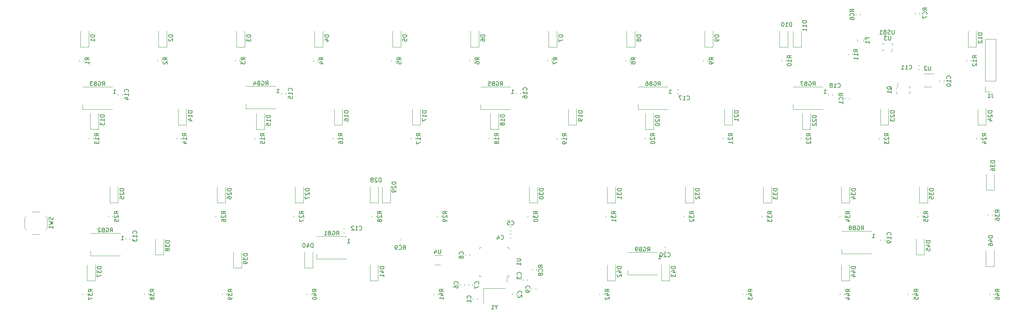
<source format=gbo>
G04 #@! TF.GenerationSoftware,KiCad,Pcbnew,5.0.2-bee76a0~70~ubuntu16.04.1*
G04 #@! TF.CreationDate,2019-03-23T15:41:25-04:00*
G04 #@! TF.ProjectId,steamvan,73746561-6d76-4616-9e2e-6b696361645f,rev?*
G04 #@! TF.SameCoordinates,PX43ec160PY7dabae0*
G04 #@! TF.FileFunction,Legend,Bot*
G04 #@! TF.FilePolarity,Positive*
%FSLAX46Y46*%
G04 Gerber Fmt 4.6, Leading zero omitted, Abs format (unit mm)*
G04 Created by KiCad (PCBNEW 5.0.2-bee76a0~70~ubuntu16.04.1) date Sat 23 Mar 2019 03:41:25 PM EDT*
%MOMM*%
%LPD*%
G01*
G04 APERTURE LIST*
%ADD10C,0.120000*%
%ADD11C,0.100000*%
%ADD12C,0.150000*%
G04 APERTURE END LIST*
D10*
G04 #@! TO.C,C1*
X113268400Y3794979D02*
X113268400Y3469421D01*
X114288400Y3794979D02*
X114288400Y3469421D01*
G04 #@! TO.C,C2*
X122832400Y4612421D02*
X122832400Y4937979D01*
X123852400Y4612421D02*
X123852400Y4937979D01*
G04 #@! TO.C,C3*
X126499080Y8137941D02*
X126499080Y8463499D01*
X125479080Y8137941D02*
X125479080Y8463499D01*
G04 #@! TO.C,C4*
X122616179Y18489200D02*
X122290621Y18489200D01*
X122616179Y19509200D02*
X122290621Y19509200D01*
G04 #@! TO.C,C5*
X122616179Y21287200D02*
X122290621Y21287200D01*
X122616179Y20267200D02*
X122290621Y20267200D01*
G04 #@! TO.C,C6*
X110132400Y7249479D02*
X110132400Y6923921D01*
X111152400Y7249479D02*
X111152400Y6923921D01*
G04 #@! TO.C,C7*
X113184400Y7223979D02*
X113184400Y6898421D01*
X112164400Y7223979D02*
X112164400Y6898421D01*
G04 #@! TO.C,C8*
X112422400Y14526479D02*
X112422400Y14200921D01*
X111402400Y14526479D02*
X111402400Y14200921D01*
G04 #@! TO.C,C9*
X127627920Y6213059D02*
X127627920Y5887501D01*
X128647920Y6213059D02*
X128647920Y5887501D01*
G04 #@! TO.C,C10*
X227268400Y57150479D02*
X227268400Y56824921D01*
X228288400Y57150479D02*
X228288400Y56824921D01*
G04 #@! TO.C,C11*
X221903121Y60785200D02*
X222228679Y60785200D01*
X221903121Y59765200D02*
X222228679Y59765200D01*
G04 #@! TO.C,F1*
X208634400Y66619622D02*
X208634400Y67136778D01*
X207214400Y66619622D02*
X207214400Y67136778D01*
G04 #@! TO.C,J1*
X238344400Y67192200D02*
X241004400Y67192200D01*
X238344400Y56972200D02*
X238344400Y67192200D01*
X241004400Y56972200D02*
X241004400Y67192200D01*
X238344400Y56972200D02*
X241004400Y56972200D01*
X238344400Y55702200D02*
X238344400Y54372200D01*
X238344400Y54372200D02*
X239674400Y54372200D01*
D11*
G04 #@! TO.C,Q1*
X216688400Y54988200D02*
X216688400Y55263200D01*
X216688400Y55263200D02*
X216963400Y55638200D01*
X216963400Y55638200D02*
X217013400Y55638200D01*
X217013400Y55638200D02*
X217013400Y56413200D01*
X219988400Y55163200D02*
X219988400Y55638200D01*
X219988400Y55638200D02*
X219638400Y55638200D01*
X219763400Y53988200D02*
X219638400Y53988200D01*
X219688400Y53988200D02*
X219988400Y53988200D01*
X219988400Y53988200D02*
X219988400Y54438200D01*
X216688400Y54363200D02*
X216688400Y53988200D01*
X216688400Y53988200D02*
X216988400Y53988200D01*
D10*
G04 #@! TO.C,R1*
X17168400Y61762421D02*
X17168400Y62087979D01*
X18188400Y61762421D02*
X18188400Y62087979D01*
G04 #@! TO.C,R2*
X36218400Y61762421D02*
X36218400Y62087979D01*
X37238400Y61762421D02*
X37238400Y62087979D01*
G04 #@! TO.C,R3*
X56288400Y61762421D02*
X56288400Y62087979D01*
X55268400Y61762421D02*
X55268400Y62087979D01*
G04 #@! TO.C,R4*
X74318400Y61762421D02*
X74318400Y62087979D01*
X75338400Y61762421D02*
X75338400Y62087979D01*
G04 #@! TO.C,R5*
X94388400Y61762421D02*
X94388400Y62087979D01*
X93368400Y61762421D02*
X93368400Y62087979D01*
G04 #@! TO.C,R6*
X112418400Y61762421D02*
X112418400Y62087979D01*
X113438400Y61762421D02*
X113438400Y62087979D01*
G04 #@! TO.C,R7*
X132488400Y61762421D02*
X132488400Y62087979D01*
X131468400Y61762421D02*
X131468400Y62087979D01*
G04 #@! TO.C,R8*
X150518400Y61762421D02*
X150518400Y62087979D01*
X151538400Y61762421D02*
X151538400Y62087979D01*
G04 #@! TO.C,R9*
X170588400Y61762421D02*
X170588400Y62087979D01*
X169568400Y61762421D02*
X169568400Y62087979D01*
G04 #@! TO.C,R10*
X188618400Y61762421D02*
X188618400Y62087979D01*
X189638400Y61762421D02*
X189638400Y62087979D01*
G04 #@! TO.C,R11*
X205894400Y63286421D02*
X205894400Y63611979D01*
X204874400Y63286421D02*
X204874400Y63611979D01*
G04 #@! TO.C,R12*
X233862150Y61762421D02*
X233862150Y62087979D01*
X234882150Y61762421D02*
X234882150Y62087979D01*
G04 #@! TO.C,R13*
X20569650Y42712421D02*
X20569650Y43037979D01*
X19549650Y42712421D02*
X19549650Y43037979D01*
G04 #@! TO.C,R14*
X40980900Y42712421D02*
X40980900Y43037979D01*
X42000900Y42712421D02*
X42000900Y43037979D01*
G04 #@! TO.C,R15*
X61050900Y42712421D02*
X61050900Y43037979D01*
X60030900Y42712421D02*
X60030900Y43037979D01*
G04 #@! TO.C,R16*
X79080900Y42712421D02*
X79080900Y43037979D01*
X80100900Y42712421D02*
X80100900Y43037979D01*
G04 #@! TO.C,R17*
X99150900Y42712421D02*
X99150900Y43037979D01*
X98130900Y42712421D02*
X98130900Y43037979D01*
G04 #@! TO.C,R18*
X118200900Y42712421D02*
X118200900Y43037979D01*
X117180900Y42712421D02*
X117180900Y43037979D01*
G04 #@! TO.C,R19*
X133754400Y42686921D02*
X133754400Y43012479D01*
X134774400Y42686921D02*
X134774400Y43012479D01*
G04 #@! TO.C,R20*
X156300900Y42712421D02*
X156300900Y43037979D01*
X155280900Y42712421D02*
X155280900Y43037979D01*
G04 #@! TO.C,R21*
X174330900Y42712421D02*
X174330900Y43037979D01*
X175350900Y42712421D02*
X175350900Y43037979D01*
G04 #@! TO.C,R22*
X194400900Y42712421D02*
X194400900Y43037979D01*
X193380900Y42712421D02*
X193380900Y43037979D01*
G04 #@! TO.C,R23*
X212430900Y42712421D02*
X212430900Y43037979D01*
X213450900Y42712421D02*
X213450900Y43037979D01*
G04 #@! TO.C,R24*
X237263400Y42712421D02*
X237263400Y43037979D01*
X236243400Y42712421D02*
X236243400Y43037979D01*
G04 #@! TO.C,R25*
X24312150Y23662421D02*
X24312150Y23987979D01*
X25332150Y23662421D02*
X25332150Y23987979D01*
G04 #@! TO.C,R26*
X51525900Y23662421D02*
X51525900Y23987979D01*
X50505900Y23662421D02*
X50505900Y23987979D01*
G04 #@! TO.C,R27*
X69555900Y23662421D02*
X69555900Y23987979D01*
X70575900Y23662421D02*
X70575900Y23987979D01*
G04 #@! TO.C,R28*
X89625900Y23662421D02*
X89625900Y23987979D01*
X88605900Y23662421D02*
X88605900Y23987979D01*
G04 #@! TO.C,R29*
X105564400Y23662421D02*
X105564400Y23987979D01*
X104544400Y23662421D02*
X104544400Y23987979D01*
G04 #@! TO.C,R30*
X127725900Y23662421D02*
X127725900Y23987979D01*
X126705900Y23662421D02*
X126705900Y23987979D01*
G04 #@! TO.C,R31*
X145755900Y23662421D02*
X145755900Y23987979D01*
X146775900Y23662421D02*
X146775900Y23987979D01*
G04 #@! TO.C,R32*
X165825900Y23662421D02*
X165825900Y23987979D01*
X164805900Y23662421D02*
X164805900Y23987979D01*
G04 #@! TO.C,R33*
X183855900Y23662421D02*
X183855900Y23987979D01*
X184875900Y23662421D02*
X184875900Y23987979D01*
G04 #@! TO.C,R34*
X203925900Y23662421D02*
X203925900Y23987979D01*
X202905900Y23662421D02*
X202905900Y23987979D01*
G04 #@! TO.C,R35*
X221955900Y23662421D02*
X221955900Y23987979D01*
X222975900Y23662421D02*
X222975900Y23987979D01*
G04 #@! TO.C,R36*
X240032000Y23916421D02*
X240032000Y24241979D01*
X239012000Y23916421D02*
X239012000Y24241979D01*
G04 #@! TO.C,R37*
X17962150Y4612421D02*
X17962150Y4937979D01*
X18982150Y4612421D02*
X18982150Y4937979D01*
G04 #@! TO.C,R38*
X33043400Y4612421D02*
X33043400Y4937979D01*
X34063400Y4612421D02*
X34063400Y4937979D01*
G04 #@! TO.C,R39*
X53113400Y4612421D02*
X53113400Y4937979D01*
X52093400Y4612421D02*
X52093400Y4937979D01*
G04 #@! TO.C,R40*
X73750900Y4612421D02*
X73750900Y4937979D01*
X72730900Y4612421D02*
X72730900Y4937979D01*
G04 #@! TO.C,R41*
X103687150Y4612421D02*
X103687150Y4937979D01*
X104707150Y4612421D02*
X104707150Y4937979D01*
G04 #@! TO.C,R42*
X145188400Y4612421D02*
X145188400Y4937979D01*
X144168400Y4612421D02*
X144168400Y4937979D01*
G04 #@! TO.C,R43*
X179093400Y4612421D02*
X179093400Y4937979D01*
X180113400Y4612421D02*
X180113400Y4937979D01*
G04 #@! TO.C,R44*
X202905900Y4612421D02*
X202905900Y4937979D01*
X203925900Y4612421D02*
X203925900Y4937979D01*
G04 #@! TO.C,R45*
X220594650Y4612421D02*
X220594650Y4937979D01*
X219574650Y4612421D02*
X219574650Y4937979D01*
G04 #@! TO.C,RC1*
X205132400Y52842479D02*
X205132400Y52516921D01*
X204112400Y52842479D02*
X204112400Y52516921D01*
G04 #@! TO.C,RC6*
X207788400Y73390979D02*
X207788400Y73065421D01*
X206768400Y73390979D02*
X206768400Y73065421D01*
G04 #@! TO.C,RC7*
X221257400Y73644979D02*
X221257400Y73319421D01*
X222277400Y73644979D02*
X222277400Y73319421D01*
G04 #@! TO.C,RC8*
X127785400Y10906979D02*
X127785400Y10581421D01*
X128805400Y10906979D02*
X128805400Y10581421D01*
G04 #@! TO.C,SW1*
X4265900Y20537700D02*
X3815900Y20987700D01*
X4265900Y23937700D02*
X3815900Y23487700D01*
X8865900Y23937700D02*
X9315900Y23487700D01*
X8865900Y20537700D02*
X9315900Y20987700D01*
X7565900Y24987700D02*
X5565900Y24987700D01*
X3815900Y20987700D02*
X3815900Y23487700D01*
X7565900Y19487700D02*
X5565900Y19487700D01*
X9315900Y20987700D02*
X9315900Y23487700D01*
G04 #@! TO.C,U1*
X122044650Y16272700D02*
X121624650Y16272700D01*
X114924650Y16272700D02*
X115344650Y16272700D01*
X114924650Y9152700D02*
X115344650Y9152700D01*
X122044650Y9152700D02*
X122044650Y9572700D01*
X114924650Y16272700D02*
X114924650Y15852700D01*
X122044650Y16272700D02*
X122044650Y15852700D01*
X121624650Y9152700D02*
X121624650Y7772700D01*
X122044650Y9152700D02*
X121624650Y9152700D01*
X114924650Y9152700D02*
X114924650Y9572700D01*
G04 #@! TO.C,U2*
X225178400Y55489200D02*
X223378400Y55489200D01*
X223378400Y58709200D02*
X225828400Y58709200D01*
D11*
G04 #@! TO.C,U3*
X215753400Y64800200D02*
X215453400Y64475200D01*
X215453400Y64475200D02*
X215453400Y64075200D01*
X215453400Y66075200D02*
X215753400Y66075200D01*
X215753400Y66075200D02*
X215753400Y65775200D01*
X213578400Y64475200D02*
X213303400Y64475200D01*
X213303400Y64475200D02*
X213303400Y64725200D01*
X213603400Y66075200D02*
X213303400Y66075200D01*
X213303400Y66075200D02*
X213303400Y65850200D01*
D10*
G04 #@! TO.C,Y1*
X115866400Y2544200D02*
X115866400Y6244200D01*
X115866400Y6244200D02*
X121166400Y6244200D01*
G04 #@! TO.C,D1*
X19472150Y65231450D02*
X17472150Y65231450D01*
X17472150Y65231450D02*
X17472150Y69131450D01*
X19472150Y65231450D02*
X19472150Y69131450D01*
G04 #@! TO.C,D2*
X38522150Y65231450D02*
X38522150Y69131450D01*
X36522150Y65231450D02*
X36522150Y69131450D01*
X38522150Y65231450D02*
X36522150Y65231450D01*
G04 #@! TO.C,D3*
X57572150Y65231450D02*
X55572150Y65231450D01*
X55572150Y65231450D02*
X55572150Y69131450D01*
X57572150Y65231450D02*
X57572150Y69131450D01*
G04 #@! TO.C,D4*
X76622150Y65231450D02*
X74622150Y65231450D01*
X74622150Y65231450D02*
X74622150Y69131450D01*
X76622150Y65231450D02*
X76622150Y69131450D01*
G04 #@! TO.C,D5*
X95672150Y65231450D02*
X95672150Y69131450D01*
X93672150Y65231450D02*
X93672150Y69131450D01*
X95672150Y65231450D02*
X93672150Y65231450D01*
G04 #@! TO.C,D6*
X114722150Y65231450D02*
X112722150Y65231450D01*
X112722150Y65231450D02*
X112722150Y69131450D01*
X114722150Y65231450D02*
X114722150Y69131450D01*
G04 #@! TO.C,D7*
X133772150Y65231450D02*
X133772150Y69131450D01*
X131772150Y65231450D02*
X131772150Y69131450D01*
X133772150Y65231450D02*
X131772150Y65231450D01*
G04 #@! TO.C,D8*
X152822150Y65231450D02*
X150822150Y65231450D01*
X150822150Y65231450D02*
X150822150Y69131450D01*
X152822150Y65231450D02*
X152822150Y69131450D01*
G04 #@! TO.C,D9*
X171872150Y65231450D02*
X171872150Y69131450D01*
X169872150Y65231450D02*
X169872150Y69131450D01*
X171872150Y65231450D02*
X169872150Y65231450D01*
G04 #@! TO.C,D10*
X190128400Y65231450D02*
X190128400Y69131450D01*
X188128400Y65231450D02*
X188128400Y69131450D01*
X190128400Y65231450D02*
X188128400Y65231450D01*
G04 #@! TO.C,D11*
X193430400Y65231180D02*
X191430400Y65231180D01*
X191430400Y65231180D02*
X191430400Y69131180D01*
X193430400Y65231180D02*
X193430400Y69131180D01*
G04 #@! TO.C,D12*
X236165900Y65231450D02*
X234165900Y65231450D01*
X234165900Y65231450D02*
X234165900Y69131450D01*
X236165900Y65231450D02*
X236165900Y69131450D01*
G04 #@! TO.C,D13*
X21853400Y45197200D02*
X21853400Y49097200D01*
X19853400Y45197200D02*
X19853400Y49097200D01*
X21853400Y45197200D02*
X19853400Y45197200D01*
G04 #@! TO.C,D14*
X43284650Y46181450D02*
X43284650Y50081450D01*
X41284650Y46181450D02*
X41284650Y50081450D01*
X43284650Y46181450D02*
X41284650Y46181450D01*
G04 #@! TO.C,D15*
X62366400Y45070200D02*
X60366400Y45070200D01*
X60366400Y45070200D02*
X60366400Y48970200D01*
X62366400Y45070200D02*
X62366400Y48970200D01*
G04 #@! TO.C,D16*
X81384650Y46181450D02*
X79384650Y46181450D01*
X79384650Y46181450D02*
X79384650Y50081450D01*
X81384650Y46181450D02*
X81384650Y50081450D01*
G04 #@! TO.C,D17*
X100434650Y46181450D02*
X100434650Y50081450D01*
X98434650Y46181450D02*
X98434650Y50081450D01*
X100434650Y46181450D02*
X98434650Y46181450D01*
G04 #@! TO.C,D18*
X119516400Y45197200D02*
X117516400Y45197200D01*
X117516400Y45197200D02*
X117516400Y49097200D01*
X119516400Y45197200D02*
X119516400Y49097200D01*
G04 #@! TO.C,D19*
X138534650Y46181450D02*
X138534650Y50081450D01*
X136534650Y46181450D02*
X136534650Y50081450D01*
X138534650Y46181450D02*
X136534650Y46181450D01*
G04 #@! TO.C,D20*
X157362400Y45070200D02*
X155362400Y45070200D01*
X155362400Y45070200D02*
X155362400Y48970200D01*
X157362400Y45070200D02*
X157362400Y48970200D01*
G04 #@! TO.C,D21*
X176634650Y46181450D02*
X176634650Y50081450D01*
X174634650Y46181450D02*
X174634650Y50081450D01*
X176634650Y46181450D02*
X174634650Y46181450D01*
G04 #@! TO.C,D22*
X195684650Y45070200D02*
X195684650Y48970200D01*
X193684650Y45070200D02*
X193684650Y48970200D01*
X195684650Y45070200D02*
X193684650Y45070200D01*
G04 #@! TO.C,D23*
X214734650Y46181450D02*
X212734650Y46181450D01*
X212734650Y46181450D02*
X212734650Y50081450D01*
X214734650Y46181450D02*
X214734650Y50081450D01*
G04 #@! TO.C,D24*
X238547150Y46181450D02*
X238547150Y50081450D01*
X236547150Y46181450D02*
X236547150Y50081450D01*
X238547150Y46181450D02*
X236547150Y46181450D01*
G04 #@! TO.C,D25*
X26615900Y27131450D02*
X26615900Y31031450D01*
X24615900Y27131450D02*
X24615900Y31031450D01*
X26615900Y27131450D02*
X24615900Y27131450D01*
G04 #@! TO.C,D26*
X52809650Y27131450D02*
X50809650Y27131450D01*
X50809650Y27131450D02*
X50809650Y31031450D01*
X52809650Y27131450D02*
X52809650Y31031450D01*
G04 #@! TO.C,D27*
X71859650Y27131450D02*
X71859650Y31031450D01*
X69859650Y27131450D02*
X69859650Y31031450D01*
X71859650Y27131450D02*
X69859650Y27131450D01*
G04 #@! TO.C,D28*
X90179400Y27163200D02*
X88179400Y27163200D01*
X88179400Y27163200D02*
X88179400Y31063200D01*
X90179400Y27163200D02*
X90179400Y31063200D01*
G04 #@! TO.C,D29*
X93100400Y27163200D02*
X93100400Y31063200D01*
X91100400Y27163200D02*
X91100400Y31063200D01*
X93100400Y27163200D02*
X91100400Y27163200D01*
G04 #@! TO.C,D30*
X129009650Y27131450D02*
X127009650Y27131450D01*
X127009650Y27131450D02*
X127009650Y31031450D01*
X129009650Y27131450D02*
X129009650Y31031450D01*
G04 #@! TO.C,D31*
X148059650Y27131450D02*
X148059650Y31031450D01*
X146059650Y27131450D02*
X146059650Y31031450D01*
X148059650Y27131450D02*
X146059650Y27131450D01*
G04 #@! TO.C,D32*
X167109650Y27131450D02*
X165109650Y27131450D01*
X165109650Y27131450D02*
X165109650Y31031450D01*
X167109650Y27131450D02*
X167109650Y31031450D01*
G04 #@! TO.C,D33*
X186159650Y27131450D02*
X186159650Y31031450D01*
X184159650Y27131450D02*
X184159650Y31031450D01*
X186159650Y27131450D02*
X184159650Y27131450D01*
G04 #@! TO.C,D34*
X205209650Y27131450D02*
X203209650Y27131450D01*
X203209650Y27131450D02*
X203209650Y31031450D01*
X205209650Y27131450D02*
X205209650Y31031450D01*
G04 #@! TO.C,D35*
X224259650Y27131450D02*
X224259650Y31031450D01*
X222259650Y27131450D02*
X222259650Y31031450D01*
X224259650Y27131450D02*
X222259650Y27131450D01*
G04 #@! TO.C,D36*
X240572800Y30262000D02*
X238572800Y30262000D01*
X238572800Y30262000D02*
X238572800Y34162000D01*
X240572800Y30262000D02*
X240572800Y34162000D01*
G04 #@! TO.C,D37*
X21059650Y8081450D02*
X21059650Y11981450D01*
X19059650Y8081450D02*
X19059650Y11981450D01*
X21059650Y8081450D02*
X19059650Y8081450D01*
G04 #@! TO.C,D38*
X37728400Y14431450D02*
X35728400Y14431450D01*
X35728400Y14431450D02*
X35728400Y18331450D01*
X37728400Y14431450D02*
X37728400Y18331450D01*
G04 #@! TO.C,D39*
X56778400Y11256450D02*
X56778400Y15156450D01*
X54778400Y11256450D02*
X54778400Y15156450D01*
X56778400Y11256450D02*
X54778400Y11256450D01*
G04 #@! TO.C,D40*
X74177400Y11237400D02*
X72177400Y11237400D01*
X72177400Y11237400D02*
X72177400Y15137400D01*
X74177400Y11237400D02*
X74177400Y15137400D01*
G04 #@! TO.C,D41*
X90115900Y8081450D02*
X90115900Y11981450D01*
X88115900Y8081450D02*
X88115900Y11981450D01*
X90115900Y8081450D02*
X88115900Y8081450D01*
G04 #@! TO.C,D42*
X148059650Y8081450D02*
X146059650Y8081450D01*
X146059650Y8081450D02*
X146059650Y11981450D01*
X148059650Y8081450D02*
X148059650Y11981450D01*
G04 #@! TO.C,D43*
X161299400Y8113200D02*
X161299400Y12013200D01*
X159299400Y8113200D02*
X159299400Y12013200D01*
X161299400Y8113200D02*
X159299400Y8113200D01*
G04 #@! TO.C,D44*
X205209650Y8081450D02*
X203209650Y8081450D01*
X203209650Y8081450D02*
X203209650Y11981450D01*
X205209650Y8081450D02*
X205209650Y11981450D01*
G04 #@! TO.C,D45*
X223465900Y14431450D02*
X223465900Y18331450D01*
X221465900Y14431450D02*
X221465900Y18331450D01*
X223465900Y14431450D02*
X221465900Y14431450D01*
G04 #@! TO.C,D46*
X240522000Y11567600D02*
X238522000Y11567600D01*
X238522000Y11567600D02*
X238522000Y15467600D01*
X240522000Y11567600D02*
X240522000Y15467600D01*
G04 #@! TO.C,R46*
X240438400Y4612421D02*
X240438400Y4937979D01*
X239418400Y4612421D02*
X239418400Y4937979D01*
G04 #@! TO.C,C12*
X81650621Y19759200D02*
X81976179Y19759200D01*
X81650621Y20779200D02*
X81976179Y20779200D01*
G04 #@! TO.C,C13*
X28471400Y18526979D02*
X28471400Y18201421D01*
X29491400Y18526979D02*
X29491400Y18201421D01*
G04 #@! TO.C,C14*
X27586400Y53705979D02*
X27586400Y53380421D01*
X26566400Y53705979D02*
X26566400Y53380421D01*
G04 #@! TO.C,C15*
X66571400Y53959979D02*
X66571400Y53634421D01*
X67591400Y53959979D02*
X67591400Y53634421D01*
G04 #@! TO.C,C16*
X124868400Y54086979D02*
X124868400Y53761421D01*
X123848400Y54086979D02*
X123848400Y53761421D01*
G04 #@! TO.C,C17*
X163184621Y53795200D02*
X163510179Y53795200D01*
X163184621Y54815200D02*
X163510179Y54815200D01*
G04 #@! TO.C,C18*
X201068400Y53705979D02*
X201068400Y53380421D01*
X200048400Y53705979D02*
X200048400Y53380421D01*
G04 #@! TO.C,C19*
X212875400Y18145979D02*
X212875400Y17820421D01*
X213895400Y18145979D02*
X213895400Y17820421D01*
G04 #@! TO.C,C20*
X160009621Y16334200D02*
X160335179Y16334200D01*
X160009621Y15314200D02*
X160335179Y15314200D01*
G04 #@! TO.C,RC9*
X95366621Y17092200D02*
X95692179Y17092200D01*
X95366621Y18112200D02*
X95692179Y18112200D01*
G04 #@! TO.C,RGB1*
X75115400Y13455200D02*
X75115400Y14605200D01*
X82415400Y13455200D02*
X75115400Y13455200D01*
X82415400Y18955200D02*
X75115400Y18955200D01*
G04 #@! TO.C,RGB2*
X19870400Y14217200D02*
X19870400Y15367200D01*
X27170400Y14217200D02*
X19870400Y14217200D01*
X27170400Y19717200D02*
X19870400Y19717200D01*
G04 #@! TO.C,RGB3*
X25265400Y55531200D02*
X17965400Y55531200D01*
X25265400Y50031200D02*
X17965400Y50031200D01*
X17965400Y50031200D02*
X17965400Y51181200D01*
G04 #@! TO.C,RGB4*
X65143400Y55658200D02*
X57843400Y55658200D01*
X65143400Y50158200D02*
X57843400Y50158200D01*
X57843400Y50158200D02*
X57843400Y51308200D01*
G04 #@! TO.C,RGB5*
X115120400Y50031200D02*
X115120400Y51181200D01*
X122420400Y50031200D02*
X115120400Y50031200D01*
X122420400Y55531200D02*
X115120400Y55531200D01*
G04 #@! TO.C,RGB6*
X160901400Y55531200D02*
X153601400Y55531200D01*
X160901400Y50031200D02*
X153601400Y50031200D01*
X153601400Y50031200D02*
X153601400Y51181200D01*
G04 #@! TO.C,RGB7*
X191447400Y50031200D02*
X191447400Y51181200D01*
X198747400Y50031200D02*
X191447400Y50031200D01*
X198747400Y55531200D02*
X191447400Y55531200D01*
G04 #@! TO.C,RGB8*
X203258400Y14725200D02*
X203258400Y15875200D01*
X210558400Y14725200D02*
X203258400Y14725200D01*
X210558400Y20225200D02*
X203258400Y20225200D01*
G04 #@! TO.C,RGB9*
X158361400Y15018200D02*
X151061400Y15018200D01*
X158361400Y9518200D02*
X151061400Y9518200D01*
X151061400Y9518200D02*
X151061400Y10668200D01*
G04 #@! TO.C,U4*
X103912400Y14317200D02*
X105812400Y14317200D01*
X105312400Y11997200D02*
X103912400Y11997200D01*
G04 #@! TO.C,C1*
D12*
X112705542Y3798867D02*
X112753161Y3846486D01*
X112800780Y3989343D01*
X112800780Y4084581D01*
X112753161Y4227439D01*
X112657923Y4322677D01*
X112562685Y4370296D01*
X112372209Y4417915D01*
X112229352Y4417915D01*
X112038876Y4370296D01*
X111943638Y4322677D01*
X111848400Y4227439D01*
X111800780Y4084581D01*
X111800780Y3989343D01*
X111848400Y3846486D01*
X111896019Y3798867D01*
X112800780Y2846486D02*
X112800780Y3417915D01*
X112800780Y3132200D02*
X111800780Y3132200D01*
X111943638Y3227439D01*
X112038876Y3322677D01*
X112086495Y3417915D01*
G04 #@! TO.C,C2*
X125129542Y4941867D02*
X125177161Y4989486D01*
X125224780Y5132343D01*
X125224780Y5227581D01*
X125177161Y5370439D01*
X125081923Y5465677D01*
X124986685Y5513296D01*
X124796209Y5560915D01*
X124653352Y5560915D01*
X124462876Y5513296D01*
X124367638Y5465677D01*
X124272400Y5370439D01*
X124224780Y5227581D01*
X124224780Y5132343D01*
X124272400Y4989486D01*
X124320019Y4941867D01*
X124320019Y4560915D02*
X124272400Y4513296D01*
X124224780Y4418058D01*
X124224780Y4179962D01*
X124272400Y4084724D01*
X124320019Y4037105D01*
X124415257Y3989486D01*
X124510495Y3989486D01*
X124653352Y4037105D01*
X125224780Y4608534D01*
X125224780Y3989486D01*
G04 #@! TO.C,C3*
X124969542Y9513867D02*
X125017161Y9561486D01*
X125064780Y9704343D01*
X125064780Y9799581D01*
X125017161Y9942439D01*
X124921923Y10037677D01*
X124826685Y10085296D01*
X124636209Y10132915D01*
X124493352Y10132915D01*
X124302876Y10085296D01*
X124207638Y10037677D01*
X124112400Y9942439D01*
X124064780Y9799581D01*
X124064780Y9704343D01*
X124112400Y9561486D01*
X124160019Y9513867D01*
X124064780Y9180534D02*
X124064780Y8561486D01*
X124445733Y8894820D01*
X124445733Y8751962D01*
X124493352Y8656724D01*
X124540971Y8609105D01*
X124636209Y8561486D01*
X124874304Y8561486D01*
X124969542Y8609105D01*
X125017161Y8656724D01*
X125064780Y8751962D01*
X125064780Y9037677D01*
X125017161Y9132915D01*
X124969542Y9180534D01*
G04 #@! TO.C,C4*
X120105466Y18286458D02*
X120153085Y18238839D01*
X120295942Y18191220D01*
X120391180Y18191220D01*
X120534038Y18238839D01*
X120629276Y18334077D01*
X120676895Y18429315D01*
X120724514Y18619791D01*
X120724514Y18762648D01*
X120676895Y18953124D01*
X120629276Y19048362D01*
X120534038Y19143600D01*
X120391180Y19191220D01*
X120295942Y19191220D01*
X120153085Y19143600D01*
X120105466Y19095981D01*
X119248323Y18857886D02*
X119248323Y18191220D01*
X119486419Y19238839D02*
X119724514Y18524553D01*
X119105466Y18524553D01*
G04 #@! TO.C,C5*
X122620066Y21850058D02*
X122667685Y21802439D01*
X122810542Y21754820D01*
X122905780Y21754820D01*
X123048638Y21802439D01*
X123143876Y21897677D01*
X123191495Y21992915D01*
X123239114Y22183391D01*
X123239114Y22326248D01*
X123191495Y22516724D01*
X123143876Y22611962D01*
X123048638Y22707200D01*
X122905780Y22754820D01*
X122810542Y22754820D01*
X122667685Y22707200D01*
X122620066Y22659581D01*
X121715304Y22754820D02*
X122191495Y22754820D01*
X122239114Y22278629D01*
X122191495Y22326248D01*
X122096257Y22373867D01*
X121858161Y22373867D01*
X121762923Y22326248D01*
X121715304Y22278629D01*
X121667685Y22183391D01*
X121667685Y21945296D01*
X121715304Y21850058D01*
X121762923Y21802439D01*
X121858161Y21754820D01*
X122096257Y21754820D01*
X122191495Y21802439D01*
X122239114Y21850058D01*
G04 #@! TO.C,C6*
X109569542Y7253367D02*
X109617161Y7300986D01*
X109664780Y7443843D01*
X109664780Y7539081D01*
X109617161Y7681939D01*
X109521923Y7777177D01*
X109426685Y7824796D01*
X109236209Y7872415D01*
X109093352Y7872415D01*
X108902876Y7824796D01*
X108807638Y7777177D01*
X108712400Y7681939D01*
X108664780Y7539081D01*
X108664780Y7443843D01*
X108712400Y7300986D01*
X108760019Y7253367D01*
X108664780Y6396224D02*
X108664780Y6586700D01*
X108712400Y6681939D01*
X108760019Y6729558D01*
X108902876Y6824796D01*
X109093352Y6872415D01*
X109474304Y6872415D01*
X109569542Y6824796D01*
X109617161Y6777177D01*
X109664780Y6681939D01*
X109664780Y6491462D01*
X109617161Y6396224D01*
X109569542Y6348605D01*
X109474304Y6300986D01*
X109236209Y6300986D01*
X109140971Y6348605D01*
X109093352Y6396224D01*
X109045733Y6491462D01*
X109045733Y6681939D01*
X109093352Y6777177D01*
X109140971Y6824796D01*
X109236209Y6872415D01*
G04 #@! TO.C,C7*
X114606342Y7278667D02*
X114653961Y7326286D01*
X114701580Y7469143D01*
X114701580Y7564381D01*
X114653961Y7707239D01*
X114558723Y7802477D01*
X114463485Y7850096D01*
X114273009Y7897715D01*
X114130152Y7897715D01*
X113939676Y7850096D01*
X113844438Y7802477D01*
X113749200Y7707239D01*
X113701580Y7564381D01*
X113701580Y7469143D01*
X113749200Y7326286D01*
X113796819Y7278667D01*
X113701580Y6945334D02*
X113701580Y6278667D01*
X114701580Y6707239D01*
G04 #@! TO.C,C8*
X110839542Y14530367D02*
X110887161Y14577986D01*
X110934780Y14720843D01*
X110934780Y14816081D01*
X110887161Y14958939D01*
X110791923Y15054177D01*
X110696685Y15101796D01*
X110506209Y15149415D01*
X110363352Y15149415D01*
X110172876Y15101796D01*
X110077638Y15054177D01*
X109982400Y14958939D01*
X109934780Y14816081D01*
X109934780Y14720843D01*
X109982400Y14577986D01*
X110030019Y14530367D01*
X110363352Y13958939D02*
X110315733Y14054177D01*
X110268114Y14101796D01*
X110172876Y14149415D01*
X110125257Y14149415D01*
X110030019Y14101796D01*
X109982400Y14054177D01*
X109934780Y13958939D01*
X109934780Y13768462D01*
X109982400Y13673224D01*
X110030019Y13625605D01*
X110125257Y13577986D01*
X110172876Y13577986D01*
X110268114Y13625605D01*
X110315733Y13673224D01*
X110363352Y13768462D01*
X110363352Y13958939D01*
X110410971Y14054177D01*
X110458590Y14101796D01*
X110553828Y14149415D01*
X110744304Y14149415D01*
X110839542Y14101796D01*
X110887161Y14054177D01*
X110934780Y13958939D01*
X110934780Y13768462D01*
X110887161Y13673224D01*
X110839542Y13625605D01*
X110744304Y13577986D01*
X110553828Y13577986D01*
X110458590Y13625605D01*
X110410971Y13673224D01*
X110363352Y13768462D01*
G04 #@! TO.C,C9*
X127065062Y6216947D02*
X127112681Y6264566D01*
X127160300Y6407423D01*
X127160300Y6502661D01*
X127112681Y6645519D01*
X127017443Y6740757D01*
X126922205Y6788376D01*
X126731729Y6835995D01*
X126588872Y6835995D01*
X126398396Y6788376D01*
X126303158Y6740757D01*
X126207920Y6645519D01*
X126160300Y6502661D01*
X126160300Y6407423D01*
X126207920Y6264566D01*
X126255539Y6216947D01*
X127160300Y5740757D02*
X127160300Y5550280D01*
X127112681Y5455042D01*
X127065062Y5407423D01*
X126922205Y5312185D01*
X126731729Y5264566D01*
X126350777Y5264566D01*
X126255539Y5312185D01*
X126207920Y5359804D01*
X126160300Y5455042D01*
X126160300Y5645519D01*
X126207920Y5740757D01*
X126255539Y5788376D01*
X126350777Y5835995D01*
X126588872Y5835995D01*
X126684110Y5788376D01*
X126731729Y5740757D01*
X126779348Y5645519D01*
X126779348Y5455042D01*
X126731729Y5359804D01*
X126684110Y5312185D01*
X126588872Y5264566D01*
G04 #@! TO.C,C10*
X229820742Y57589658D02*
X229868361Y57637277D01*
X229915980Y57780134D01*
X229915980Y57875372D01*
X229868361Y58018229D01*
X229773123Y58113467D01*
X229677885Y58161086D01*
X229487409Y58208705D01*
X229344552Y58208705D01*
X229154076Y58161086D01*
X229058838Y58113467D01*
X228963600Y58018229D01*
X228915980Y57875372D01*
X228915980Y57780134D01*
X228963600Y57637277D01*
X229011219Y57589658D01*
X229915980Y56637277D02*
X229915980Y57208705D01*
X229915980Y56922991D02*
X228915980Y56922991D01*
X229058838Y57018229D01*
X229154076Y57113467D01*
X229201695Y57208705D01*
X228915980Y56018229D02*
X228915980Y55922991D01*
X228963600Y55827753D01*
X229011219Y55780134D01*
X229106457Y55732515D01*
X229296933Y55684896D01*
X229535028Y55684896D01*
X229725504Y55732515D01*
X229820742Y55780134D01*
X229868361Y55827753D01*
X229915980Y55922991D01*
X229915980Y56018229D01*
X229868361Y56113467D01*
X229820742Y56161086D01*
X229725504Y56208705D01*
X229535028Y56256324D01*
X229296933Y56256324D01*
X229106457Y56208705D01*
X229011219Y56161086D01*
X228963600Y56113467D01*
X228915980Y56018229D01*
G04 #@! TO.C,C11*
X219794057Y59942458D02*
X219841676Y59894839D01*
X219984533Y59847220D01*
X220079771Y59847220D01*
X220222628Y59894839D01*
X220317866Y59990077D01*
X220365485Y60085315D01*
X220413104Y60275791D01*
X220413104Y60418648D01*
X220365485Y60609124D01*
X220317866Y60704362D01*
X220222628Y60799600D01*
X220079771Y60847220D01*
X219984533Y60847220D01*
X219841676Y60799600D01*
X219794057Y60751981D01*
X218841676Y59847220D02*
X219413104Y59847220D01*
X219127390Y59847220D02*
X219127390Y60847220D01*
X219222628Y60704362D01*
X219317866Y60609124D01*
X219413104Y60561505D01*
X217889295Y59847220D02*
X218460723Y59847220D01*
X218175009Y59847220D02*
X218175009Y60847220D01*
X218270247Y60704362D01*
X218365485Y60609124D01*
X218460723Y60561505D01*
G04 #@! TO.C,F1*
X209502971Y67211534D02*
X209502971Y67544867D01*
X210026780Y67544867D02*
X209026780Y67544867D01*
X209026780Y67068677D01*
X210026780Y66163915D02*
X210026780Y66735343D01*
X210026780Y66449629D02*
X209026780Y66449629D01*
X209169638Y66544867D01*
X209264876Y66640105D01*
X209312495Y66735343D01*
G04 #@! TO.C,J1*
X240007733Y53919820D02*
X240007733Y53205534D01*
X240055352Y53062677D01*
X240150590Y52967439D01*
X240293447Y52919820D01*
X240388685Y52919820D01*
X239007733Y52919820D02*
X239579161Y52919820D01*
X239293447Y52919820D02*
X239293447Y53919820D01*
X239388685Y53776962D01*
X239483923Y53681724D01*
X239579161Y53634105D01*
G04 #@! TO.C,Q1*
X215511019Y54883439D02*
X215463400Y54978677D01*
X215368161Y55073915D01*
X215225304Y55216772D01*
X215177685Y55312010D01*
X215177685Y55407248D01*
X215415780Y55359629D02*
X215368161Y55454867D01*
X215272923Y55550105D01*
X215082447Y55597724D01*
X214749114Y55597724D01*
X214558638Y55550105D01*
X214463400Y55454867D01*
X214415780Y55359629D01*
X214415780Y55169153D01*
X214463400Y55073915D01*
X214558638Y54978677D01*
X214749114Y54931058D01*
X215082447Y54931058D01*
X215272923Y54978677D01*
X215368161Y55073915D01*
X215415780Y55169153D01*
X215415780Y55359629D01*
X215415780Y53978677D02*
X215415780Y54550105D01*
X215415780Y54264391D02*
X214415780Y54264391D01*
X214558638Y54359629D01*
X214653876Y54454867D01*
X214701495Y54550105D01*
G04 #@! TO.C,R1*
X19560780Y62091867D02*
X19084590Y62425200D01*
X19560780Y62663296D02*
X18560780Y62663296D01*
X18560780Y62282343D01*
X18608400Y62187105D01*
X18656019Y62139486D01*
X18751257Y62091867D01*
X18894114Y62091867D01*
X18989352Y62139486D01*
X19036971Y62187105D01*
X19084590Y62282343D01*
X19084590Y62663296D01*
X19560780Y61139486D02*
X19560780Y61710915D01*
X19560780Y61425200D02*
X18560780Y61425200D01*
X18703638Y61520439D01*
X18798876Y61615677D01*
X18846495Y61710915D01*
G04 #@! TO.C,R2*
X38610780Y62091867D02*
X38134590Y62425200D01*
X38610780Y62663296D02*
X37610780Y62663296D01*
X37610780Y62282343D01*
X37658400Y62187105D01*
X37706019Y62139486D01*
X37801257Y62091867D01*
X37944114Y62091867D01*
X38039352Y62139486D01*
X38086971Y62187105D01*
X38134590Y62282343D01*
X38134590Y62663296D01*
X37706019Y61710915D02*
X37658400Y61663296D01*
X37610780Y61568058D01*
X37610780Y61329962D01*
X37658400Y61234724D01*
X37706019Y61187105D01*
X37801257Y61139486D01*
X37896495Y61139486D01*
X38039352Y61187105D01*
X38610780Y61758534D01*
X38610780Y61139486D01*
G04 #@! TO.C,R3*
X57660780Y62091867D02*
X57184590Y62425200D01*
X57660780Y62663296D02*
X56660780Y62663296D01*
X56660780Y62282343D01*
X56708400Y62187105D01*
X56756019Y62139486D01*
X56851257Y62091867D01*
X56994114Y62091867D01*
X57089352Y62139486D01*
X57136971Y62187105D01*
X57184590Y62282343D01*
X57184590Y62663296D01*
X56660780Y61758534D02*
X56660780Y61139486D01*
X57041733Y61472820D01*
X57041733Y61329962D01*
X57089352Y61234724D01*
X57136971Y61187105D01*
X57232209Y61139486D01*
X57470304Y61139486D01*
X57565542Y61187105D01*
X57613161Y61234724D01*
X57660780Y61329962D01*
X57660780Y61615677D01*
X57613161Y61710915D01*
X57565542Y61758534D01*
G04 #@! TO.C,R4*
X76710780Y62091867D02*
X76234590Y62425200D01*
X76710780Y62663296D02*
X75710780Y62663296D01*
X75710780Y62282343D01*
X75758400Y62187105D01*
X75806019Y62139486D01*
X75901257Y62091867D01*
X76044114Y62091867D01*
X76139352Y62139486D01*
X76186971Y62187105D01*
X76234590Y62282343D01*
X76234590Y62663296D01*
X76044114Y61234724D02*
X76710780Y61234724D01*
X75663161Y61472820D02*
X76377447Y61710915D01*
X76377447Y61091867D01*
G04 #@! TO.C,R5*
X95760780Y62091867D02*
X95284590Y62425200D01*
X95760780Y62663296D02*
X94760780Y62663296D01*
X94760780Y62282343D01*
X94808400Y62187105D01*
X94856019Y62139486D01*
X94951257Y62091867D01*
X95094114Y62091867D01*
X95189352Y62139486D01*
X95236971Y62187105D01*
X95284590Y62282343D01*
X95284590Y62663296D01*
X94760780Y61187105D02*
X94760780Y61663296D01*
X95236971Y61710915D01*
X95189352Y61663296D01*
X95141733Y61568058D01*
X95141733Y61329962D01*
X95189352Y61234724D01*
X95236971Y61187105D01*
X95332209Y61139486D01*
X95570304Y61139486D01*
X95665542Y61187105D01*
X95713161Y61234724D01*
X95760780Y61329962D01*
X95760780Y61568058D01*
X95713161Y61663296D01*
X95665542Y61710915D01*
G04 #@! TO.C,R6*
X114810780Y62091867D02*
X114334590Y62425200D01*
X114810780Y62663296D02*
X113810780Y62663296D01*
X113810780Y62282343D01*
X113858400Y62187105D01*
X113906019Y62139486D01*
X114001257Y62091867D01*
X114144114Y62091867D01*
X114239352Y62139486D01*
X114286971Y62187105D01*
X114334590Y62282343D01*
X114334590Y62663296D01*
X113810780Y61234724D02*
X113810780Y61425200D01*
X113858400Y61520439D01*
X113906019Y61568058D01*
X114048876Y61663296D01*
X114239352Y61710915D01*
X114620304Y61710915D01*
X114715542Y61663296D01*
X114763161Y61615677D01*
X114810780Y61520439D01*
X114810780Y61329962D01*
X114763161Y61234724D01*
X114715542Y61187105D01*
X114620304Y61139486D01*
X114382209Y61139486D01*
X114286971Y61187105D01*
X114239352Y61234724D01*
X114191733Y61329962D01*
X114191733Y61520439D01*
X114239352Y61615677D01*
X114286971Y61663296D01*
X114382209Y61710915D01*
G04 #@! TO.C,R7*
X133860780Y62091867D02*
X133384590Y62425200D01*
X133860780Y62663296D02*
X132860780Y62663296D01*
X132860780Y62282343D01*
X132908400Y62187105D01*
X132956019Y62139486D01*
X133051257Y62091867D01*
X133194114Y62091867D01*
X133289352Y62139486D01*
X133336971Y62187105D01*
X133384590Y62282343D01*
X133384590Y62663296D01*
X132860780Y61758534D02*
X132860780Y61091867D01*
X133860780Y61520439D01*
G04 #@! TO.C,R8*
X152910780Y62091867D02*
X152434590Y62425200D01*
X152910780Y62663296D02*
X151910780Y62663296D01*
X151910780Y62282343D01*
X151958400Y62187105D01*
X152006019Y62139486D01*
X152101257Y62091867D01*
X152244114Y62091867D01*
X152339352Y62139486D01*
X152386971Y62187105D01*
X152434590Y62282343D01*
X152434590Y62663296D01*
X152339352Y61520439D02*
X152291733Y61615677D01*
X152244114Y61663296D01*
X152148876Y61710915D01*
X152101257Y61710915D01*
X152006019Y61663296D01*
X151958400Y61615677D01*
X151910780Y61520439D01*
X151910780Y61329962D01*
X151958400Y61234724D01*
X152006019Y61187105D01*
X152101257Y61139486D01*
X152148876Y61139486D01*
X152244114Y61187105D01*
X152291733Y61234724D01*
X152339352Y61329962D01*
X152339352Y61520439D01*
X152386971Y61615677D01*
X152434590Y61663296D01*
X152529828Y61710915D01*
X152720304Y61710915D01*
X152815542Y61663296D01*
X152863161Y61615677D01*
X152910780Y61520439D01*
X152910780Y61329962D01*
X152863161Y61234724D01*
X152815542Y61187105D01*
X152720304Y61139486D01*
X152529828Y61139486D01*
X152434590Y61187105D01*
X152386971Y61234724D01*
X152339352Y61329962D01*
G04 #@! TO.C,R9*
X171960780Y62091867D02*
X171484590Y62425200D01*
X171960780Y62663296D02*
X170960780Y62663296D01*
X170960780Y62282343D01*
X171008400Y62187105D01*
X171056019Y62139486D01*
X171151257Y62091867D01*
X171294114Y62091867D01*
X171389352Y62139486D01*
X171436971Y62187105D01*
X171484590Y62282343D01*
X171484590Y62663296D01*
X171960780Y61615677D02*
X171960780Y61425200D01*
X171913161Y61329962D01*
X171865542Y61282343D01*
X171722685Y61187105D01*
X171532209Y61139486D01*
X171151257Y61139486D01*
X171056019Y61187105D01*
X171008400Y61234724D01*
X170960780Y61329962D01*
X170960780Y61520439D01*
X171008400Y61615677D01*
X171056019Y61663296D01*
X171151257Y61710915D01*
X171389352Y61710915D01*
X171484590Y61663296D01*
X171532209Y61615677D01*
X171579828Y61520439D01*
X171579828Y61329962D01*
X171532209Y61234724D01*
X171484590Y61187105D01*
X171389352Y61139486D01*
G04 #@! TO.C,R10*
X191010780Y62568058D02*
X190534590Y62901391D01*
X191010780Y63139486D02*
X190010780Y63139486D01*
X190010780Y62758534D01*
X190058400Y62663296D01*
X190106019Y62615677D01*
X190201257Y62568058D01*
X190344114Y62568058D01*
X190439352Y62615677D01*
X190486971Y62663296D01*
X190534590Y62758534D01*
X190534590Y63139486D01*
X191010780Y61615677D02*
X191010780Y62187105D01*
X191010780Y61901391D02*
X190010780Y61901391D01*
X190153638Y61996629D01*
X190248876Y62091867D01*
X190296495Y62187105D01*
X190010780Y60996629D02*
X190010780Y60901391D01*
X190058400Y60806153D01*
X190106019Y60758534D01*
X190201257Y60710915D01*
X190391733Y60663296D01*
X190629828Y60663296D01*
X190820304Y60710915D01*
X190915542Y60758534D01*
X190963161Y60806153D01*
X191010780Y60901391D01*
X191010780Y60996629D01*
X190963161Y61091867D01*
X190915542Y61139486D01*
X190820304Y61187105D01*
X190629828Y61234724D01*
X190391733Y61234724D01*
X190201257Y61187105D01*
X190106019Y61139486D01*
X190058400Y61091867D01*
X190010780Y60996629D01*
G04 #@! TO.C,R11*
X207266780Y64092058D02*
X206790590Y64425391D01*
X207266780Y64663486D02*
X206266780Y64663486D01*
X206266780Y64282534D01*
X206314400Y64187296D01*
X206362019Y64139677D01*
X206457257Y64092058D01*
X206600114Y64092058D01*
X206695352Y64139677D01*
X206742971Y64187296D01*
X206790590Y64282534D01*
X206790590Y64663486D01*
X207266780Y63139677D02*
X207266780Y63711105D01*
X207266780Y63425391D02*
X206266780Y63425391D01*
X206409638Y63520629D01*
X206504876Y63615867D01*
X206552495Y63711105D01*
X207266780Y62187296D02*
X207266780Y62758724D01*
X207266780Y62473010D02*
X206266780Y62473010D01*
X206409638Y62568248D01*
X206504876Y62663486D01*
X206552495Y62758724D01*
G04 #@! TO.C,R12*
X236254530Y62568058D02*
X235778340Y62901391D01*
X236254530Y63139486D02*
X235254530Y63139486D01*
X235254530Y62758534D01*
X235302150Y62663296D01*
X235349769Y62615677D01*
X235445007Y62568058D01*
X235587864Y62568058D01*
X235683102Y62615677D01*
X235730721Y62663296D01*
X235778340Y62758534D01*
X235778340Y63139486D01*
X236254530Y61615677D02*
X236254530Y62187105D01*
X236254530Y61901391D02*
X235254530Y61901391D01*
X235397388Y61996629D01*
X235492626Y62091867D01*
X235540245Y62187105D01*
X235349769Y61234724D02*
X235302150Y61187105D01*
X235254530Y61091867D01*
X235254530Y60853772D01*
X235302150Y60758534D01*
X235349769Y60710915D01*
X235445007Y60663296D01*
X235540245Y60663296D01*
X235683102Y60710915D01*
X236254530Y61282343D01*
X236254530Y60663296D01*
G04 #@! TO.C,R13*
X21942030Y43518058D02*
X21465840Y43851391D01*
X21942030Y44089486D02*
X20942030Y44089486D01*
X20942030Y43708534D01*
X20989650Y43613296D01*
X21037269Y43565677D01*
X21132507Y43518058D01*
X21275364Y43518058D01*
X21370602Y43565677D01*
X21418221Y43613296D01*
X21465840Y43708534D01*
X21465840Y44089486D01*
X21942030Y42565677D02*
X21942030Y43137105D01*
X21942030Y42851391D02*
X20942030Y42851391D01*
X21084888Y42946629D01*
X21180126Y43041867D01*
X21227745Y43137105D01*
X20942030Y42232343D02*
X20942030Y41613296D01*
X21322983Y41946629D01*
X21322983Y41803772D01*
X21370602Y41708534D01*
X21418221Y41660915D01*
X21513459Y41613296D01*
X21751554Y41613296D01*
X21846792Y41660915D01*
X21894411Y41708534D01*
X21942030Y41803772D01*
X21942030Y42089486D01*
X21894411Y42184724D01*
X21846792Y42232343D01*
G04 #@! TO.C,R14*
X43373280Y43518058D02*
X42897090Y43851391D01*
X43373280Y44089486D02*
X42373280Y44089486D01*
X42373280Y43708534D01*
X42420900Y43613296D01*
X42468519Y43565677D01*
X42563757Y43518058D01*
X42706614Y43518058D01*
X42801852Y43565677D01*
X42849471Y43613296D01*
X42897090Y43708534D01*
X42897090Y44089486D01*
X43373280Y42565677D02*
X43373280Y43137105D01*
X43373280Y42851391D02*
X42373280Y42851391D01*
X42516138Y42946629D01*
X42611376Y43041867D01*
X42658995Y43137105D01*
X42706614Y41708534D02*
X43373280Y41708534D01*
X42325661Y41946629D02*
X43039947Y42184724D01*
X43039947Y41565677D01*
G04 #@! TO.C,R15*
X62423280Y43518058D02*
X61947090Y43851391D01*
X62423280Y44089486D02*
X61423280Y44089486D01*
X61423280Y43708534D01*
X61470900Y43613296D01*
X61518519Y43565677D01*
X61613757Y43518058D01*
X61756614Y43518058D01*
X61851852Y43565677D01*
X61899471Y43613296D01*
X61947090Y43708534D01*
X61947090Y44089486D01*
X62423280Y42565677D02*
X62423280Y43137105D01*
X62423280Y42851391D02*
X61423280Y42851391D01*
X61566138Y42946629D01*
X61661376Y43041867D01*
X61708995Y43137105D01*
X61423280Y41660915D02*
X61423280Y42137105D01*
X61899471Y42184724D01*
X61851852Y42137105D01*
X61804233Y42041867D01*
X61804233Y41803772D01*
X61851852Y41708534D01*
X61899471Y41660915D01*
X61994709Y41613296D01*
X62232804Y41613296D01*
X62328042Y41660915D01*
X62375661Y41708534D01*
X62423280Y41803772D01*
X62423280Y42041867D01*
X62375661Y42137105D01*
X62328042Y42184724D01*
G04 #@! TO.C,R16*
X81473280Y43518058D02*
X80997090Y43851391D01*
X81473280Y44089486D02*
X80473280Y44089486D01*
X80473280Y43708534D01*
X80520900Y43613296D01*
X80568519Y43565677D01*
X80663757Y43518058D01*
X80806614Y43518058D01*
X80901852Y43565677D01*
X80949471Y43613296D01*
X80997090Y43708534D01*
X80997090Y44089486D01*
X81473280Y42565677D02*
X81473280Y43137105D01*
X81473280Y42851391D02*
X80473280Y42851391D01*
X80616138Y42946629D01*
X80711376Y43041867D01*
X80758995Y43137105D01*
X80473280Y41708534D02*
X80473280Y41899010D01*
X80520900Y41994248D01*
X80568519Y42041867D01*
X80711376Y42137105D01*
X80901852Y42184724D01*
X81282804Y42184724D01*
X81378042Y42137105D01*
X81425661Y42089486D01*
X81473280Y41994248D01*
X81473280Y41803772D01*
X81425661Y41708534D01*
X81378042Y41660915D01*
X81282804Y41613296D01*
X81044709Y41613296D01*
X80949471Y41660915D01*
X80901852Y41708534D01*
X80854233Y41803772D01*
X80854233Y41994248D01*
X80901852Y42089486D01*
X80949471Y42137105D01*
X81044709Y42184724D01*
G04 #@! TO.C,R17*
X100523280Y43518058D02*
X100047090Y43851391D01*
X100523280Y44089486D02*
X99523280Y44089486D01*
X99523280Y43708534D01*
X99570900Y43613296D01*
X99618519Y43565677D01*
X99713757Y43518058D01*
X99856614Y43518058D01*
X99951852Y43565677D01*
X99999471Y43613296D01*
X100047090Y43708534D01*
X100047090Y44089486D01*
X100523280Y42565677D02*
X100523280Y43137105D01*
X100523280Y42851391D02*
X99523280Y42851391D01*
X99666138Y42946629D01*
X99761376Y43041867D01*
X99808995Y43137105D01*
X99523280Y42232343D02*
X99523280Y41565677D01*
X100523280Y41994248D01*
G04 #@! TO.C,R18*
X119573280Y43518058D02*
X119097090Y43851391D01*
X119573280Y44089486D02*
X118573280Y44089486D01*
X118573280Y43708534D01*
X118620900Y43613296D01*
X118668519Y43565677D01*
X118763757Y43518058D01*
X118906614Y43518058D01*
X119001852Y43565677D01*
X119049471Y43613296D01*
X119097090Y43708534D01*
X119097090Y44089486D01*
X119573280Y42565677D02*
X119573280Y43137105D01*
X119573280Y42851391D02*
X118573280Y42851391D01*
X118716138Y42946629D01*
X118811376Y43041867D01*
X118858995Y43137105D01*
X119001852Y41994248D02*
X118954233Y42089486D01*
X118906614Y42137105D01*
X118811376Y42184724D01*
X118763757Y42184724D01*
X118668519Y42137105D01*
X118620900Y42089486D01*
X118573280Y41994248D01*
X118573280Y41803772D01*
X118620900Y41708534D01*
X118668519Y41660915D01*
X118763757Y41613296D01*
X118811376Y41613296D01*
X118906614Y41660915D01*
X118954233Y41708534D01*
X119001852Y41803772D01*
X119001852Y41994248D01*
X119049471Y42089486D01*
X119097090Y42137105D01*
X119192328Y42184724D01*
X119382804Y42184724D01*
X119478042Y42137105D01*
X119525661Y42089486D01*
X119573280Y41994248D01*
X119573280Y41803772D01*
X119525661Y41708534D01*
X119478042Y41660915D01*
X119382804Y41613296D01*
X119192328Y41613296D01*
X119097090Y41660915D01*
X119049471Y41708534D01*
X119001852Y41803772D01*
G04 #@! TO.C,R19*
X136146780Y43492558D02*
X135670590Y43825891D01*
X136146780Y44063986D02*
X135146780Y44063986D01*
X135146780Y43683034D01*
X135194400Y43587796D01*
X135242019Y43540177D01*
X135337257Y43492558D01*
X135480114Y43492558D01*
X135575352Y43540177D01*
X135622971Y43587796D01*
X135670590Y43683034D01*
X135670590Y44063986D01*
X136146780Y42540177D02*
X136146780Y43111605D01*
X136146780Y42825891D02*
X135146780Y42825891D01*
X135289638Y42921129D01*
X135384876Y43016367D01*
X135432495Y43111605D01*
X136146780Y42063986D02*
X136146780Y41873510D01*
X136099161Y41778272D01*
X136051542Y41730653D01*
X135908685Y41635415D01*
X135718209Y41587796D01*
X135337257Y41587796D01*
X135242019Y41635415D01*
X135194400Y41683034D01*
X135146780Y41778272D01*
X135146780Y41968748D01*
X135194400Y42063986D01*
X135242019Y42111605D01*
X135337257Y42159224D01*
X135575352Y42159224D01*
X135670590Y42111605D01*
X135718209Y42063986D01*
X135765828Y41968748D01*
X135765828Y41778272D01*
X135718209Y41683034D01*
X135670590Y41635415D01*
X135575352Y41587796D01*
G04 #@! TO.C,R20*
X157673280Y43518058D02*
X157197090Y43851391D01*
X157673280Y44089486D02*
X156673280Y44089486D01*
X156673280Y43708534D01*
X156720900Y43613296D01*
X156768519Y43565677D01*
X156863757Y43518058D01*
X157006614Y43518058D01*
X157101852Y43565677D01*
X157149471Y43613296D01*
X157197090Y43708534D01*
X157197090Y44089486D01*
X156768519Y43137105D02*
X156720900Y43089486D01*
X156673280Y42994248D01*
X156673280Y42756153D01*
X156720900Y42660915D01*
X156768519Y42613296D01*
X156863757Y42565677D01*
X156958995Y42565677D01*
X157101852Y42613296D01*
X157673280Y43184724D01*
X157673280Y42565677D01*
X156673280Y41946629D02*
X156673280Y41851391D01*
X156720900Y41756153D01*
X156768519Y41708534D01*
X156863757Y41660915D01*
X157054233Y41613296D01*
X157292328Y41613296D01*
X157482804Y41660915D01*
X157578042Y41708534D01*
X157625661Y41756153D01*
X157673280Y41851391D01*
X157673280Y41946629D01*
X157625661Y42041867D01*
X157578042Y42089486D01*
X157482804Y42137105D01*
X157292328Y42184724D01*
X157054233Y42184724D01*
X156863757Y42137105D01*
X156768519Y42089486D01*
X156720900Y42041867D01*
X156673280Y41946629D01*
G04 #@! TO.C,R21*
X176723280Y43518058D02*
X176247090Y43851391D01*
X176723280Y44089486D02*
X175723280Y44089486D01*
X175723280Y43708534D01*
X175770900Y43613296D01*
X175818519Y43565677D01*
X175913757Y43518058D01*
X176056614Y43518058D01*
X176151852Y43565677D01*
X176199471Y43613296D01*
X176247090Y43708534D01*
X176247090Y44089486D01*
X175818519Y43137105D02*
X175770900Y43089486D01*
X175723280Y42994248D01*
X175723280Y42756153D01*
X175770900Y42660915D01*
X175818519Y42613296D01*
X175913757Y42565677D01*
X176008995Y42565677D01*
X176151852Y42613296D01*
X176723280Y43184724D01*
X176723280Y42565677D01*
X176723280Y41613296D02*
X176723280Y42184724D01*
X176723280Y41899010D02*
X175723280Y41899010D01*
X175866138Y41994248D01*
X175961376Y42089486D01*
X176008995Y42184724D01*
G04 #@! TO.C,R22*
X195773280Y43518058D02*
X195297090Y43851391D01*
X195773280Y44089486D02*
X194773280Y44089486D01*
X194773280Y43708534D01*
X194820900Y43613296D01*
X194868519Y43565677D01*
X194963757Y43518058D01*
X195106614Y43518058D01*
X195201852Y43565677D01*
X195249471Y43613296D01*
X195297090Y43708534D01*
X195297090Y44089486D01*
X194868519Y43137105D02*
X194820900Y43089486D01*
X194773280Y42994248D01*
X194773280Y42756153D01*
X194820900Y42660915D01*
X194868519Y42613296D01*
X194963757Y42565677D01*
X195058995Y42565677D01*
X195201852Y42613296D01*
X195773280Y43184724D01*
X195773280Y42565677D01*
X194868519Y42184724D02*
X194820900Y42137105D01*
X194773280Y42041867D01*
X194773280Y41803772D01*
X194820900Y41708534D01*
X194868519Y41660915D01*
X194963757Y41613296D01*
X195058995Y41613296D01*
X195201852Y41660915D01*
X195773280Y42232343D01*
X195773280Y41613296D01*
G04 #@! TO.C,R23*
X214823280Y43518058D02*
X214347090Y43851391D01*
X214823280Y44089486D02*
X213823280Y44089486D01*
X213823280Y43708534D01*
X213870900Y43613296D01*
X213918519Y43565677D01*
X214013757Y43518058D01*
X214156614Y43518058D01*
X214251852Y43565677D01*
X214299471Y43613296D01*
X214347090Y43708534D01*
X214347090Y44089486D01*
X213918519Y43137105D02*
X213870900Y43089486D01*
X213823280Y42994248D01*
X213823280Y42756153D01*
X213870900Y42660915D01*
X213918519Y42613296D01*
X214013757Y42565677D01*
X214108995Y42565677D01*
X214251852Y42613296D01*
X214823280Y43184724D01*
X214823280Y42565677D01*
X213823280Y42232343D02*
X213823280Y41613296D01*
X214204233Y41946629D01*
X214204233Y41803772D01*
X214251852Y41708534D01*
X214299471Y41660915D01*
X214394709Y41613296D01*
X214632804Y41613296D01*
X214728042Y41660915D01*
X214775661Y41708534D01*
X214823280Y41803772D01*
X214823280Y42089486D01*
X214775661Y42184724D01*
X214728042Y42232343D01*
G04 #@! TO.C,R24*
X238635780Y43518058D02*
X238159590Y43851391D01*
X238635780Y44089486D02*
X237635780Y44089486D01*
X237635780Y43708534D01*
X237683400Y43613296D01*
X237731019Y43565677D01*
X237826257Y43518058D01*
X237969114Y43518058D01*
X238064352Y43565677D01*
X238111971Y43613296D01*
X238159590Y43708534D01*
X238159590Y44089486D01*
X237731019Y43137105D02*
X237683400Y43089486D01*
X237635780Y42994248D01*
X237635780Y42756153D01*
X237683400Y42660915D01*
X237731019Y42613296D01*
X237826257Y42565677D01*
X237921495Y42565677D01*
X238064352Y42613296D01*
X238635780Y43184724D01*
X238635780Y42565677D01*
X237969114Y41708534D02*
X238635780Y41708534D01*
X237588161Y41946629D02*
X238302447Y42184724D01*
X238302447Y41565677D01*
G04 #@! TO.C,R25*
X26704530Y24468058D02*
X26228340Y24801391D01*
X26704530Y25039486D02*
X25704530Y25039486D01*
X25704530Y24658534D01*
X25752150Y24563296D01*
X25799769Y24515677D01*
X25895007Y24468058D01*
X26037864Y24468058D01*
X26133102Y24515677D01*
X26180721Y24563296D01*
X26228340Y24658534D01*
X26228340Y25039486D01*
X25799769Y24087105D02*
X25752150Y24039486D01*
X25704530Y23944248D01*
X25704530Y23706153D01*
X25752150Y23610915D01*
X25799769Y23563296D01*
X25895007Y23515677D01*
X25990245Y23515677D01*
X26133102Y23563296D01*
X26704530Y24134724D01*
X26704530Y23515677D01*
X25704530Y22610915D02*
X25704530Y23087105D01*
X26180721Y23134724D01*
X26133102Y23087105D01*
X26085483Y22991867D01*
X26085483Y22753772D01*
X26133102Y22658534D01*
X26180721Y22610915D01*
X26275959Y22563296D01*
X26514054Y22563296D01*
X26609292Y22610915D01*
X26656911Y22658534D01*
X26704530Y22753772D01*
X26704530Y22991867D01*
X26656911Y23087105D01*
X26609292Y23134724D01*
G04 #@! TO.C,R26*
X52898280Y24468058D02*
X52422090Y24801391D01*
X52898280Y25039486D02*
X51898280Y25039486D01*
X51898280Y24658534D01*
X51945900Y24563296D01*
X51993519Y24515677D01*
X52088757Y24468058D01*
X52231614Y24468058D01*
X52326852Y24515677D01*
X52374471Y24563296D01*
X52422090Y24658534D01*
X52422090Y25039486D01*
X51993519Y24087105D02*
X51945900Y24039486D01*
X51898280Y23944248D01*
X51898280Y23706153D01*
X51945900Y23610915D01*
X51993519Y23563296D01*
X52088757Y23515677D01*
X52183995Y23515677D01*
X52326852Y23563296D01*
X52898280Y24134724D01*
X52898280Y23515677D01*
X51898280Y22658534D02*
X51898280Y22849010D01*
X51945900Y22944248D01*
X51993519Y22991867D01*
X52136376Y23087105D01*
X52326852Y23134724D01*
X52707804Y23134724D01*
X52803042Y23087105D01*
X52850661Y23039486D01*
X52898280Y22944248D01*
X52898280Y22753772D01*
X52850661Y22658534D01*
X52803042Y22610915D01*
X52707804Y22563296D01*
X52469709Y22563296D01*
X52374471Y22610915D01*
X52326852Y22658534D01*
X52279233Y22753772D01*
X52279233Y22944248D01*
X52326852Y23039486D01*
X52374471Y23087105D01*
X52469709Y23134724D01*
G04 #@! TO.C,R27*
X71948280Y24468058D02*
X71472090Y24801391D01*
X71948280Y25039486D02*
X70948280Y25039486D01*
X70948280Y24658534D01*
X70995900Y24563296D01*
X71043519Y24515677D01*
X71138757Y24468058D01*
X71281614Y24468058D01*
X71376852Y24515677D01*
X71424471Y24563296D01*
X71472090Y24658534D01*
X71472090Y25039486D01*
X71043519Y24087105D02*
X70995900Y24039486D01*
X70948280Y23944248D01*
X70948280Y23706153D01*
X70995900Y23610915D01*
X71043519Y23563296D01*
X71138757Y23515677D01*
X71233995Y23515677D01*
X71376852Y23563296D01*
X71948280Y24134724D01*
X71948280Y23515677D01*
X70948280Y23182343D02*
X70948280Y22515677D01*
X71948280Y22944248D01*
G04 #@! TO.C,R28*
X90998280Y24468058D02*
X90522090Y24801391D01*
X90998280Y25039486D02*
X89998280Y25039486D01*
X89998280Y24658534D01*
X90045900Y24563296D01*
X90093519Y24515677D01*
X90188757Y24468058D01*
X90331614Y24468058D01*
X90426852Y24515677D01*
X90474471Y24563296D01*
X90522090Y24658534D01*
X90522090Y25039486D01*
X90093519Y24087105D02*
X90045900Y24039486D01*
X89998280Y23944248D01*
X89998280Y23706153D01*
X90045900Y23610915D01*
X90093519Y23563296D01*
X90188757Y23515677D01*
X90283995Y23515677D01*
X90426852Y23563296D01*
X90998280Y24134724D01*
X90998280Y23515677D01*
X90426852Y22944248D02*
X90379233Y23039486D01*
X90331614Y23087105D01*
X90236376Y23134724D01*
X90188757Y23134724D01*
X90093519Y23087105D01*
X90045900Y23039486D01*
X89998280Y22944248D01*
X89998280Y22753772D01*
X90045900Y22658534D01*
X90093519Y22610915D01*
X90188757Y22563296D01*
X90236376Y22563296D01*
X90331614Y22610915D01*
X90379233Y22658534D01*
X90426852Y22753772D01*
X90426852Y22944248D01*
X90474471Y23039486D01*
X90522090Y23087105D01*
X90617328Y23134724D01*
X90807804Y23134724D01*
X90903042Y23087105D01*
X90950661Y23039486D01*
X90998280Y22944248D01*
X90998280Y22753772D01*
X90950661Y22658534D01*
X90903042Y22610915D01*
X90807804Y22563296D01*
X90617328Y22563296D01*
X90522090Y22610915D01*
X90474471Y22658534D01*
X90426852Y22753772D01*
G04 #@! TO.C,R29*
X106936780Y24468058D02*
X106460590Y24801391D01*
X106936780Y25039486D02*
X105936780Y25039486D01*
X105936780Y24658534D01*
X105984400Y24563296D01*
X106032019Y24515677D01*
X106127257Y24468058D01*
X106270114Y24468058D01*
X106365352Y24515677D01*
X106412971Y24563296D01*
X106460590Y24658534D01*
X106460590Y25039486D01*
X106032019Y24087105D02*
X105984400Y24039486D01*
X105936780Y23944248D01*
X105936780Y23706153D01*
X105984400Y23610915D01*
X106032019Y23563296D01*
X106127257Y23515677D01*
X106222495Y23515677D01*
X106365352Y23563296D01*
X106936780Y24134724D01*
X106936780Y23515677D01*
X106936780Y23039486D02*
X106936780Y22849010D01*
X106889161Y22753772D01*
X106841542Y22706153D01*
X106698685Y22610915D01*
X106508209Y22563296D01*
X106127257Y22563296D01*
X106032019Y22610915D01*
X105984400Y22658534D01*
X105936780Y22753772D01*
X105936780Y22944248D01*
X105984400Y23039486D01*
X106032019Y23087105D01*
X106127257Y23134724D01*
X106365352Y23134724D01*
X106460590Y23087105D01*
X106508209Y23039486D01*
X106555828Y22944248D01*
X106555828Y22753772D01*
X106508209Y22658534D01*
X106460590Y22610915D01*
X106365352Y22563296D01*
G04 #@! TO.C,R30*
X129098280Y24468058D02*
X128622090Y24801391D01*
X129098280Y25039486D02*
X128098280Y25039486D01*
X128098280Y24658534D01*
X128145900Y24563296D01*
X128193519Y24515677D01*
X128288757Y24468058D01*
X128431614Y24468058D01*
X128526852Y24515677D01*
X128574471Y24563296D01*
X128622090Y24658534D01*
X128622090Y25039486D01*
X128098280Y24134724D02*
X128098280Y23515677D01*
X128479233Y23849010D01*
X128479233Y23706153D01*
X128526852Y23610915D01*
X128574471Y23563296D01*
X128669709Y23515677D01*
X128907804Y23515677D01*
X129003042Y23563296D01*
X129050661Y23610915D01*
X129098280Y23706153D01*
X129098280Y23991867D01*
X129050661Y24087105D01*
X129003042Y24134724D01*
X128098280Y22896629D02*
X128098280Y22801391D01*
X128145900Y22706153D01*
X128193519Y22658534D01*
X128288757Y22610915D01*
X128479233Y22563296D01*
X128717328Y22563296D01*
X128907804Y22610915D01*
X129003042Y22658534D01*
X129050661Y22706153D01*
X129098280Y22801391D01*
X129098280Y22896629D01*
X129050661Y22991867D01*
X129003042Y23039486D01*
X128907804Y23087105D01*
X128717328Y23134724D01*
X128479233Y23134724D01*
X128288757Y23087105D01*
X128193519Y23039486D01*
X128145900Y22991867D01*
X128098280Y22896629D01*
G04 #@! TO.C,R31*
X148148280Y24468058D02*
X147672090Y24801391D01*
X148148280Y25039486D02*
X147148280Y25039486D01*
X147148280Y24658534D01*
X147195900Y24563296D01*
X147243519Y24515677D01*
X147338757Y24468058D01*
X147481614Y24468058D01*
X147576852Y24515677D01*
X147624471Y24563296D01*
X147672090Y24658534D01*
X147672090Y25039486D01*
X147148280Y24134724D02*
X147148280Y23515677D01*
X147529233Y23849010D01*
X147529233Y23706153D01*
X147576852Y23610915D01*
X147624471Y23563296D01*
X147719709Y23515677D01*
X147957804Y23515677D01*
X148053042Y23563296D01*
X148100661Y23610915D01*
X148148280Y23706153D01*
X148148280Y23991867D01*
X148100661Y24087105D01*
X148053042Y24134724D01*
X148148280Y22563296D02*
X148148280Y23134724D01*
X148148280Y22849010D02*
X147148280Y22849010D01*
X147291138Y22944248D01*
X147386376Y23039486D01*
X147433995Y23134724D01*
G04 #@! TO.C,R32*
X167198280Y24468058D02*
X166722090Y24801391D01*
X167198280Y25039486D02*
X166198280Y25039486D01*
X166198280Y24658534D01*
X166245900Y24563296D01*
X166293519Y24515677D01*
X166388757Y24468058D01*
X166531614Y24468058D01*
X166626852Y24515677D01*
X166674471Y24563296D01*
X166722090Y24658534D01*
X166722090Y25039486D01*
X166198280Y24134724D02*
X166198280Y23515677D01*
X166579233Y23849010D01*
X166579233Y23706153D01*
X166626852Y23610915D01*
X166674471Y23563296D01*
X166769709Y23515677D01*
X167007804Y23515677D01*
X167103042Y23563296D01*
X167150661Y23610915D01*
X167198280Y23706153D01*
X167198280Y23991867D01*
X167150661Y24087105D01*
X167103042Y24134724D01*
X166293519Y23134724D02*
X166245900Y23087105D01*
X166198280Y22991867D01*
X166198280Y22753772D01*
X166245900Y22658534D01*
X166293519Y22610915D01*
X166388757Y22563296D01*
X166483995Y22563296D01*
X166626852Y22610915D01*
X167198280Y23182343D01*
X167198280Y22563296D01*
G04 #@! TO.C,R33*
X186248280Y24468058D02*
X185772090Y24801391D01*
X186248280Y25039486D02*
X185248280Y25039486D01*
X185248280Y24658534D01*
X185295900Y24563296D01*
X185343519Y24515677D01*
X185438757Y24468058D01*
X185581614Y24468058D01*
X185676852Y24515677D01*
X185724471Y24563296D01*
X185772090Y24658534D01*
X185772090Y25039486D01*
X185248280Y24134724D02*
X185248280Y23515677D01*
X185629233Y23849010D01*
X185629233Y23706153D01*
X185676852Y23610915D01*
X185724471Y23563296D01*
X185819709Y23515677D01*
X186057804Y23515677D01*
X186153042Y23563296D01*
X186200661Y23610915D01*
X186248280Y23706153D01*
X186248280Y23991867D01*
X186200661Y24087105D01*
X186153042Y24134724D01*
X185248280Y23182343D02*
X185248280Y22563296D01*
X185629233Y22896629D01*
X185629233Y22753772D01*
X185676852Y22658534D01*
X185724471Y22610915D01*
X185819709Y22563296D01*
X186057804Y22563296D01*
X186153042Y22610915D01*
X186200661Y22658534D01*
X186248280Y22753772D01*
X186248280Y23039486D01*
X186200661Y23134724D01*
X186153042Y23182343D01*
G04 #@! TO.C,R34*
X205298280Y24468058D02*
X204822090Y24801391D01*
X205298280Y25039486D02*
X204298280Y25039486D01*
X204298280Y24658534D01*
X204345900Y24563296D01*
X204393519Y24515677D01*
X204488757Y24468058D01*
X204631614Y24468058D01*
X204726852Y24515677D01*
X204774471Y24563296D01*
X204822090Y24658534D01*
X204822090Y25039486D01*
X204298280Y24134724D02*
X204298280Y23515677D01*
X204679233Y23849010D01*
X204679233Y23706153D01*
X204726852Y23610915D01*
X204774471Y23563296D01*
X204869709Y23515677D01*
X205107804Y23515677D01*
X205203042Y23563296D01*
X205250661Y23610915D01*
X205298280Y23706153D01*
X205298280Y23991867D01*
X205250661Y24087105D01*
X205203042Y24134724D01*
X204631614Y22658534D02*
X205298280Y22658534D01*
X204250661Y22896629D02*
X204964947Y23134724D01*
X204964947Y22515677D01*
G04 #@! TO.C,R35*
X224348280Y24468058D02*
X223872090Y24801391D01*
X224348280Y25039486D02*
X223348280Y25039486D01*
X223348280Y24658534D01*
X223395900Y24563296D01*
X223443519Y24515677D01*
X223538757Y24468058D01*
X223681614Y24468058D01*
X223776852Y24515677D01*
X223824471Y24563296D01*
X223872090Y24658534D01*
X223872090Y25039486D01*
X223348280Y24134724D02*
X223348280Y23515677D01*
X223729233Y23849010D01*
X223729233Y23706153D01*
X223776852Y23610915D01*
X223824471Y23563296D01*
X223919709Y23515677D01*
X224157804Y23515677D01*
X224253042Y23563296D01*
X224300661Y23610915D01*
X224348280Y23706153D01*
X224348280Y23991867D01*
X224300661Y24087105D01*
X224253042Y24134724D01*
X223348280Y22610915D02*
X223348280Y23087105D01*
X223824471Y23134724D01*
X223776852Y23087105D01*
X223729233Y22991867D01*
X223729233Y22753772D01*
X223776852Y22658534D01*
X223824471Y22610915D01*
X223919709Y22563296D01*
X224157804Y22563296D01*
X224253042Y22610915D01*
X224300661Y22658534D01*
X224348280Y22753772D01*
X224348280Y22991867D01*
X224300661Y23087105D01*
X224253042Y23134724D01*
G04 #@! TO.C,R36*
X241803180Y24772858D02*
X241326990Y25106191D01*
X241803180Y25344286D02*
X240803180Y25344286D01*
X240803180Y24963334D01*
X240850800Y24868096D01*
X240898419Y24820477D01*
X240993657Y24772858D01*
X241136514Y24772858D01*
X241231752Y24820477D01*
X241279371Y24868096D01*
X241326990Y24963334D01*
X241326990Y25344286D01*
X240803180Y24439524D02*
X240803180Y23820477D01*
X241184133Y24153810D01*
X241184133Y24010953D01*
X241231752Y23915715D01*
X241279371Y23868096D01*
X241374609Y23820477D01*
X241612704Y23820477D01*
X241707942Y23868096D01*
X241755561Y23915715D01*
X241803180Y24010953D01*
X241803180Y24296667D01*
X241755561Y24391905D01*
X241707942Y24439524D01*
X240803180Y22963334D02*
X240803180Y23153810D01*
X240850800Y23249048D01*
X240898419Y23296667D01*
X241041276Y23391905D01*
X241231752Y23439524D01*
X241612704Y23439524D01*
X241707942Y23391905D01*
X241755561Y23344286D01*
X241803180Y23249048D01*
X241803180Y23058572D01*
X241755561Y22963334D01*
X241707942Y22915715D01*
X241612704Y22868096D01*
X241374609Y22868096D01*
X241279371Y22915715D01*
X241231752Y22963334D01*
X241184133Y23058572D01*
X241184133Y23249048D01*
X241231752Y23344286D01*
X241279371Y23391905D01*
X241374609Y23439524D01*
G04 #@! TO.C,R37*
X20354530Y5418058D02*
X19878340Y5751391D01*
X20354530Y5989486D02*
X19354530Y5989486D01*
X19354530Y5608534D01*
X19402150Y5513296D01*
X19449769Y5465677D01*
X19545007Y5418058D01*
X19687864Y5418058D01*
X19783102Y5465677D01*
X19830721Y5513296D01*
X19878340Y5608534D01*
X19878340Y5989486D01*
X19354530Y5084724D02*
X19354530Y4465677D01*
X19735483Y4799010D01*
X19735483Y4656153D01*
X19783102Y4560915D01*
X19830721Y4513296D01*
X19925959Y4465677D01*
X20164054Y4465677D01*
X20259292Y4513296D01*
X20306911Y4560915D01*
X20354530Y4656153D01*
X20354530Y4941867D01*
X20306911Y5037105D01*
X20259292Y5084724D01*
X19354530Y4132343D02*
X19354530Y3465677D01*
X20354530Y3894248D01*
G04 #@! TO.C,R38*
X35435780Y5418058D02*
X34959590Y5751391D01*
X35435780Y5989486D02*
X34435780Y5989486D01*
X34435780Y5608534D01*
X34483400Y5513296D01*
X34531019Y5465677D01*
X34626257Y5418058D01*
X34769114Y5418058D01*
X34864352Y5465677D01*
X34911971Y5513296D01*
X34959590Y5608534D01*
X34959590Y5989486D01*
X34435780Y5084724D02*
X34435780Y4465677D01*
X34816733Y4799010D01*
X34816733Y4656153D01*
X34864352Y4560915D01*
X34911971Y4513296D01*
X35007209Y4465677D01*
X35245304Y4465677D01*
X35340542Y4513296D01*
X35388161Y4560915D01*
X35435780Y4656153D01*
X35435780Y4941867D01*
X35388161Y5037105D01*
X35340542Y5084724D01*
X34864352Y3894248D02*
X34816733Y3989486D01*
X34769114Y4037105D01*
X34673876Y4084724D01*
X34626257Y4084724D01*
X34531019Y4037105D01*
X34483400Y3989486D01*
X34435780Y3894248D01*
X34435780Y3703772D01*
X34483400Y3608534D01*
X34531019Y3560915D01*
X34626257Y3513296D01*
X34673876Y3513296D01*
X34769114Y3560915D01*
X34816733Y3608534D01*
X34864352Y3703772D01*
X34864352Y3894248D01*
X34911971Y3989486D01*
X34959590Y4037105D01*
X35054828Y4084724D01*
X35245304Y4084724D01*
X35340542Y4037105D01*
X35388161Y3989486D01*
X35435780Y3894248D01*
X35435780Y3703772D01*
X35388161Y3608534D01*
X35340542Y3560915D01*
X35245304Y3513296D01*
X35054828Y3513296D01*
X34959590Y3560915D01*
X34911971Y3608534D01*
X34864352Y3703772D01*
G04 #@! TO.C,R39*
X54485780Y5418058D02*
X54009590Y5751391D01*
X54485780Y5989486D02*
X53485780Y5989486D01*
X53485780Y5608534D01*
X53533400Y5513296D01*
X53581019Y5465677D01*
X53676257Y5418058D01*
X53819114Y5418058D01*
X53914352Y5465677D01*
X53961971Y5513296D01*
X54009590Y5608534D01*
X54009590Y5989486D01*
X53485780Y5084724D02*
X53485780Y4465677D01*
X53866733Y4799010D01*
X53866733Y4656153D01*
X53914352Y4560915D01*
X53961971Y4513296D01*
X54057209Y4465677D01*
X54295304Y4465677D01*
X54390542Y4513296D01*
X54438161Y4560915D01*
X54485780Y4656153D01*
X54485780Y4941867D01*
X54438161Y5037105D01*
X54390542Y5084724D01*
X54485780Y3989486D02*
X54485780Y3799010D01*
X54438161Y3703772D01*
X54390542Y3656153D01*
X54247685Y3560915D01*
X54057209Y3513296D01*
X53676257Y3513296D01*
X53581019Y3560915D01*
X53533400Y3608534D01*
X53485780Y3703772D01*
X53485780Y3894248D01*
X53533400Y3989486D01*
X53581019Y4037105D01*
X53676257Y4084724D01*
X53914352Y4084724D01*
X54009590Y4037105D01*
X54057209Y3989486D01*
X54104828Y3894248D01*
X54104828Y3703772D01*
X54057209Y3608534D01*
X54009590Y3560915D01*
X53914352Y3513296D01*
G04 #@! TO.C,R40*
X75123280Y5418058D02*
X74647090Y5751391D01*
X75123280Y5989486D02*
X74123280Y5989486D01*
X74123280Y5608534D01*
X74170900Y5513296D01*
X74218519Y5465677D01*
X74313757Y5418058D01*
X74456614Y5418058D01*
X74551852Y5465677D01*
X74599471Y5513296D01*
X74647090Y5608534D01*
X74647090Y5989486D01*
X74456614Y4560915D02*
X75123280Y4560915D01*
X74075661Y4799010D02*
X74789947Y5037105D01*
X74789947Y4418058D01*
X74123280Y3846629D02*
X74123280Y3751391D01*
X74170900Y3656153D01*
X74218519Y3608534D01*
X74313757Y3560915D01*
X74504233Y3513296D01*
X74742328Y3513296D01*
X74932804Y3560915D01*
X75028042Y3608534D01*
X75075661Y3656153D01*
X75123280Y3751391D01*
X75123280Y3846629D01*
X75075661Y3941867D01*
X75028042Y3989486D01*
X74932804Y4037105D01*
X74742328Y4084724D01*
X74504233Y4084724D01*
X74313757Y4037105D01*
X74218519Y3989486D01*
X74170900Y3941867D01*
X74123280Y3846629D01*
G04 #@! TO.C,R41*
X106079530Y5418058D02*
X105603340Y5751391D01*
X106079530Y5989486D02*
X105079530Y5989486D01*
X105079530Y5608534D01*
X105127150Y5513296D01*
X105174769Y5465677D01*
X105270007Y5418058D01*
X105412864Y5418058D01*
X105508102Y5465677D01*
X105555721Y5513296D01*
X105603340Y5608534D01*
X105603340Y5989486D01*
X105412864Y4560915D02*
X106079530Y4560915D01*
X105031911Y4799010D02*
X105746197Y5037105D01*
X105746197Y4418058D01*
X106079530Y3513296D02*
X106079530Y4084724D01*
X106079530Y3799010D02*
X105079530Y3799010D01*
X105222388Y3894248D01*
X105317626Y3989486D01*
X105365245Y4084724D01*
G04 #@! TO.C,R42*
X146560780Y5418058D02*
X146084590Y5751391D01*
X146560780Y5989486D02*
X145560780Y5989486D01*
X145560780Y5608534D01*
X145608400Y5513296D01*
X145656019Y5465677D01*
X145751257Y5418058D01*
X145894114Y5418058D01*
X145989352Y5465677D01*
X146036971Y5513296D01*
X146084590Y5608534D01*
X146084590Y5989486D01*
X145894114Y4560915D02*
X146560780Y4560915D01*
X145513161Y4799010D02*
X146227447Y5037105D01*
X146227447Y4418058D01*
X145656019Y4084724D02*
X145608400Y4037105D01*
X145560780Y3941867D01*
X145560780Y3703772D01*
X145608400Y3608534D01*
X145656019Y3560915D01*
X145751257Y3513296D01*
X145846495Y3513296D01*
X145989352Y3560915D01*
X146560780Y4132343D01*
X146560780Y3513296D01*
G04 #@! TO.C,R43*
X181485780Y5418058D02*
X181009590Y5751391D01*
X181485780Y5989486D02*
X180485780Y5989486D01*
X180485780Y5608534D01*
X180533400Y5513296D01*
X180581019Y5465677D01*
X180676257Y5418058D01*
X180819114Y5418058D01*
X180914352Y5465677D01*
X180961971Y5513296D01*
X181009590Y5608534D01*
X181009590Y5989486D01*
X180819114Y4560915D02*
X181485780Y4560915D01*
X180438161Y4799010D02*
X181152447Y5037105D01*
X181152447Y4418058D01*
X180485780Y4132343D02*
X180485780Y3513296D01*
X180866733Y3846629D01*
X180866733Y3703772D01*
X180914352Y3608534D01*
X180961971Y3560915D01*
X181057209Y3513296D01*
X181295304Y3513296D01*
X181390542Y3560915D01*
X181438161Y3608534D01*
X181485780Y3703772D01*
X181485780Y3989486D01*
X181438161Y4084724D01*
X181390542Y4132343D01*
G04 #@! TO.C,R44*
X205298280Y5418058D02*
X204822090Y5751391D01*
X205298280Y5989486D02*
X204298280Y5989486D01*
X204298280Y5608534D01*
X204345900Y5513296D01*
X204393519Y5465677D01*
X204488757Y5418058D01*
X204631614Y5418058D01*
X204726852Y5465677D01*
X204774471Y5513296D01*
X204822090Y5608534D01*
X204822090Y5989486D01*
X204631614Y4560915D02*
X205298280Y4560915D01*
X204250661Y4799010D02*
X204964947Y5037105D01*
X204964947Y4418058D01*
X204631614Y3608534D02*
X205298280Y3608534D01*
X204250661Y3846629D02*
X204964947Y4084724D01*
X204964947Y3465677D01*
G04 #@! TO.C,R45*
X221967030Y5418058D02*
X221490840Y5751391D01*
X221967030Y5989486D02*
X220967030Y5989486D01*
X220967030Y5608534D01*
X221014650Y5513296D01*
X221062269Y5465677D01*
X221157507Y5418058D01*
X221300364Y5418058D01*
X221395602Y5465677D01*
X221443221Y5513296D01*
X221490840Y5608534D01*
X221490840Y5989486D01*
X221300364Y4560915D02*
X221967030Y4560915D01*
X220919411Y4799010D02*
X221633697Y5037105D01*
X221633697Y4418058D01*
X220967030Y3560915D02*
X220967030Y4037105D01*
X221443221Y4084724D01*
X221395602Y4037105D01*
X221347983Y3941867D01*
X221347983Y3703772D01*
X221395602Y3608534D01*
X221443221Y3560915D01*
X221538459Y3513296D01*
X221776554Y3513296D01*
X221871792Y3560915D01*
X221919411Y3608534D01*
X221967030Y3703772D01*
X221967030Y3941867D01*
X221919411Y4037105D01*
X221871792Y4084724D01*
G04 #@! TO.C,RC1*
X203644780Y53346367D02*
X203168590Y53679700D01*
X203644780Y53917796D02*
X202644780Y53917796D01*
X202644780Y53536843D01*
X202692400Y53441605D01*
X202740019Y53393986D01*
X202835257Y53346367D01*
X202978114Y53346367D01*
X203073352Y53393986D01*
X203120971Y53441605D01*
X203168590Y53536843D01*
X203168590Y53917796D01*
X203549542Y52346367D02*
X203597161Y52393986D01*
X203644780Y52536843D01*
X203644780Y52632081D01*
X203597161Y52774939D01*
X203501923Y52870177D01*
X203406685Y52917796D01*
X203216209Y52965415D01*
X203073352Y52965415D01*
X202882876Y52917796D01*
X202787638Y52870177D01*
X202692400Y52774939D01*
X202644780Y52632081D01*
X202644780Y52536843D01*
X202692400Y52393986D01*
X202740019Y52346367D01*
X203644780Y51393986D02*
X203644780Y51965415D01*
X203644780Y51679700D02*
X202644780Y51679700D01*
X202787638Y51774939D01*
X202882876Y51870177D01*
X202930495Y51965415D01*
G04 #@! TO.C,RC6*
X206300780Y73894867D02*
X205824590Y74228200D01*
X206300780Y74466296D02*
X205300780Y74466296D01*
X205300780Y74085343D01*
X205348400Y73990105D01*
X205396019Y73942486D01*
X205491257Y73894867D01*
X205634114Y73894867D01*
X205729352Y73942486D01*
X205776971Y73990105D01*
X205824590Y74085343D01*
X205824590Y74466296D01*
X206205542Y72894867D02*
X206253161Y72942486D01*
X206300780Y73085343D01*
X206300780Y73180581D01*
X206253161Y73323439D01*
X206157923Y73418677D01*
X206062685Y73466296D01*
X205872209Y73513915D01*
X205729352Y73513915D01*
X205538876Y73466296D01*
X205443638Y73418677D01*
X205348400Y73323439D01*
X205300780Y73180581D01*
X205300780Y73085343D01*
X205348400Y72942486D01*
X205396019Y72894867D01*
X205300780Y72037724D02*
X205300780Y72228200D01*
X205348400Y72323439D01*
X205396019Y72371058D01*
X205538876Y72466296D01*
X205729352Y72513915D01*
X206110304Y72513915D01*
X206205542Y72466296D01*
X206253161Y72418677D01*
X206300780Y72323439D01*
X206300780Y72132962D01*
X206253161Y72037724D01*
X206205542Y71990105D01*
X206110304Y71942486D01*
X205872209Y71942486D01*
X205776971Y71990105D01*
X205729352Y72037724D01*
X205681733Y72132962D01*
X205681733Y72323439D01*
X205729352Y72418677D01*
X205776971Y72466296D01*
X205872209Y72513915D01*
G04 #@! TO.C,RC7*
X224124780Y74275867D02*
X223648590Y74609200D01*
X224124780Y74847296D02*
X223124780Y74847296D01*
X223124780Y74466343D01*
X223172400Y74371105D01*
X223220019Y74323486D01*
X223315257Y74275867D01*
X223458114Y74275867D01*
X223553352Y74323486D01*
X223600971Y74371105D01*
X223648590Y74466343D01*
X223648590Y74847296D01*
X224029542Y73275867D02*
X224077161Y73323486D01*
X224124780Y73466343D01*
X224124780Y73561581D01*
X224077161Y73704439D01*
X223981923Y73799677D01*
X223886685Y73847296D01*
X223696209Y73894915D01*
X223553352Y73894915D01*
X223362876Y73847296D01*
X223267638Y73799677D01*
X223172400Y73704439D01*
X223124780Y73561581D01*
X223124780Y73466343D01*
X223172400Y73323486D01*
X223220019Y73275867D01*
X223124780Y72942534D02*
X223124780Y72275867D01*
X224124780Y72704439D01*
G04 #@! TO.C,RC8*
X130271780Y11347367D02*
X129795590Y11680700D01*
X130271780Y11918796D02*
X129271780Y11918796D01*
X129271780Y11537843D01*
X129319400Y11442605D01*
X129367019Y11394986D01*
X129462257Y11347367D01*
X129605114Y11347367D01*
X129700352Y11394986D01*
X129747971Y11442605D01*
X129795590Y11537843D01*
X129795590Y11918796D01*
X130176542Y10347367D02*
X130224161Y10394986D01*
X130271780Y10537843D01*
X130271780Y10633081D01*
X130224161Y10775939D01*
X130128923Y10871177D01*
X130033685Y10918796D01*
X129843209Y10966415D01*
X129700352Y10966415D01*
X129509876Y10918796D01*
X129414638Y10871177D01*
X129319400Y10775939D01*
X129271780Y10633081D01*
X129271780Y10537843D01*
X129319400Y10394986D01*
X129367019Y10347367D01*
X129700352Y9775939D02*
X129652733Y9871177D01*
X129605114Y9918796D01*
X129509876Y9966415D01*
X129462257Y9966415D01*
X129367019Y9918796D01*
X129319400Y9871177D01*
X129271780Y9775939D01*
X129271780Y9585462D01*
X129319400Y9490224D01*
X129367019Y9442605D01*
X129462257Y9394986D01*
X129509876Y9394986D01*
X129605114Y9442605D01*
X129652733Y9490224D01*
X129700352Y9585462D01*
X129700352Y9775939D01*
X129747971Y9871177D01*
X129795590Y9918796D01*
X129890828Y9966415D01*
X130081304Y9966415D01*
X130176542Y9918796D01*
X130224161Y9871177D01*
X130271780Y9775939D01*
X130271780Y9585462D01*
X130224161Y9490224D01*
X130176542Y9442605D01*
X130081304Y9394986D01*
X129890828Y9394986D01*
X129795590Y9442605D01*
X129747971Y9490224D01*
X129700352Y9585462D01*
G04 #@! TO.C,SW1*
X10720661Y23571034D02*
X10768280Y23428177D01*
X10768280Y23190081D01*
X10720661Y23094843D01*
X10673042Y23047224D01*
X10577804Y22999605D01*
X10482566Y22999605D01*
X10387328Y23047224D01*
X10339709Y23094843D01*
X10292090Y23190081D01*
X10244471Y23380558D01*
X10196852Y23475796D01*
X10149233Y23523415D01*
X10053995Y23571034D01*
X9958757Y23571034D01*
X9863519Y23523415D01*
X9815900Y23475796D01*
X9768280Y23380558D01*
X9768280Y23142462D01*
X9815900Y22999605D01*
X9768280Y22666272D02*
X10768280Y22428177D01*
X10053995Y22237700D01*
X10768280Y22047224D01*
X9768280Y21809129D01*
X10768280Y20904367D02*
X10768280Y21475796D01*
X10768280Y21190081D02*
X9768280Y21190081D01*
X9911138Y21285320D01*
X10006376Y21380558D01*
X10053995Y21475796D01*
G04 #@! TO.C,U1*
X123937030Y13474605D02*
X124746554Y13474605D01*
X124841792Y13426986D01*
X124889411Y13379367D01*
X124937030Y13284129D01*
X124937030Y13093653D01*
X124889411Y12998415D01*
X124841792Y12950796D01*
X124746554Y12903177D01*
X123937030Y12903177D01*
X124937030Y11903177D02*
X124937030Y12474605D01*
X124937030Y12188891D02*
X123937030Y12188891D01*
X124079888Y12284129D01*
X124175126Y12379367D01*
X124222745Y12474605D01*
G04 #@! TO.C,U2*
X225040304Y60546820D02*
X225040304Y59737296D01*
X224992685Y59642058D01*
X224945066Y59594439D01*
X224849828Y59546820D01*
X224659352Y59546820D01*
X224564114Y59594439D01*
X224516495Y59642058D01*
X224468876Y59737296D01*
X224468876Y60546820D01*
X224040304Y60451581D02*
X223992685Y60499200D01*
X223897447Y60546820D01*
X223659352Y60546820D01*
X223564114Y60499200D01*
X223516495Y60451581D01*
X223468876Y60356343D01*
X223468876Y60261105D01*
X223516495Y60118248D01*
X224087923Y59546820D01*
X223468876Y59546820D01*
G04 #@! TO.C,U3*
X215290304Y67981820D02*
X215290304Y67172296D01*
X215242685Y67077058D01*
X215195066Y67029439D01*
X215099828Y66981820D01*
X214909352Y66981820D01*
X214814114Y67029439D01*
X214766495Y67077058D01*
X214718876Y67172296D01*
X214718876Y67981820D01*
X214337923Y67981820D02*
X213718876Y67981820D01*
X214052209Y67600867D01*
X213909352Y67600867D01*
X213814114Y67553248D01*
X213766495Y67505629D01*
X213718876Y67410391D01*
X213718876Y67172296D01*
X213766495Y67077058D01*
X213814114Y67029439D01*
X213909352Y66981820D01*
X214195066Y66981820D01*
X214290304Y67029439D01*
X214337923Y67077058D01*
G04 #@! TO.C,USB1*
X216116495Y69426820D02*
X216116495Y68617296D01*
X216068876Y68522058D01*
X216021257Y68474439D01*
X215926019Y68426820D01*
X215735542Y68426820D01*
X215640304Y68474439D01*
X215592685Y68522058D01*
X215545066Y68617296D01*
X215545066Y69426820D01*
X215116495Y68474439D02*
X214973638Y68426820D01*
X214735542Y68426820D01*
X214640304Y68474439D01*
X214592685Y68522058D01*
X214545066Y68617296D01*
X214545066Y68712534D01*
X214592685Y68807772D01*
X214640304Y68855391D01*
X214735542Y68903010D01*
X214926019Y68950629D01*
X215021257Y68998248D01*
X215068876Y69045867D01*
X215116495Y69141105D01*
X215116495Y69236343D01*
X215068876Y69331581D01*
X215021257Y69379200D01*
X214926019Y69426820D01*
X214687923Y69426820D01*
X214545066Y69379200D01*
X213783161Y68950629D02*
X213640304Y68903010D01*
X213592685Y68855391D01*
X213545066Y68760153D01*
X213545066Y68617296D01*
X213592685Y68522058D01*
X213640304Y68474439D01*
X213735542Y68426820D01*
X214116495Y68426820D01*
X214116495Y69426820D01*
X213783161Y69426820D01*
X213687923Y69379200D01*
X213640304Y69331581D01*
X213592685Y69236343D01*
X213592685Y69141105D01*
X213640304Y69045867D01*
X213687923Y68998248D01*
X213783161Y68950629D01*
X214116495Y68950629D01*
X212592685Y68426820D02*
X213164114Y68426820D01*
X212878400Y68426820D02*
X212878400Y69426820D01*
X212973638Y69283962D01*
X213068876Y69188724D01*
X213164114Y69141105D01*
G04 #@! TO.C,Y1*
X118992590Y1618010D02*
X118992590Y1141820D01*
X119325923Y2141820D02*
X118992590Y1618010D01*
X118659257Y2141820D01*
X117802114Y1141820D02*
X118373542Y1141820D01*
X118087828Y1141820D02*
X118087828Y2141820D01*
X118183066Y1998962D01*
X118278304Y1903724D01*
X118373542Y1856105D01*
G04 #@! TO.C,D1*
X20924530Y68219546D02*
X19924530Y68219546D01*
X19924530Y67981450D01*
X19972150Y67838593D01*
X20067388Y67743355D01*
X20162626Y67695736D01*
X20353102Y67648117D01*
X20495959Y67648117D01*
X20686435Y67695736D01*
X20781673Y67743355D01*
X20876911Y67838593D01*
X20924530Y67981450D01*
X20924530Y68219546D01*
X20924530Y66695736D02*
X20924530Y67267165D01*
X20924530Y66981450D02*
X19924530Y66981450D01*
X20067388Y67076689D01*
X20162626Y67171927D01*
X20210245Y67267165D01*
G04 #@! TO.C,D2*
X39974530Y68219546D02*
X38974530Y68219546D01*
X38974530Y67981450D01*
X39022150Y67838593D01*
X39117388Y67743355D01*
X39212626Y67695736D01*
X39403102Y67648117D01*
X39545959Y67648117D01*
X39736435Y67695736D01*
X39831673Y67743355D01*
X39926911Y67838593D01*
X39974530Y67981450D01*
X39974530Y68219546D01*
X39069769Y67267165D02*
X39022150Y67219546D01*
X38974530Y67124308D01*
X38974530Y66886212D01*
X39022150Y66790974D01*
X39069769Y66743355D01*
X39165007Y66695736D01*
X39260245Y66695736D01*
X39403102Y66743355D01*
X39974530Y67314784D01*
X39974530Y66695736D01*
G04 #@! TO.C,D3*
X59024530Y68219546D02*
X58024530Y68219546D01*
X58024530Y67981450D01*
X58072150Y67838593D01*
X58167388Y67743355D01*
X58262626Y67695736D01*
X58453102Y67648117D01*
X58595959Y67648117D01*
X58786435Y67695736D01*
X58881673Y67743355D01*
X58976911Y67838593D01*
X59024530Y67981450D01*
X59024530Y68219546D01*
X58024530Y67314784D02*
X58024530Y66695736D01*
X58405483Y67029070D01*
X58405483Y66886212D01*
X58453102Y66790974D01*
X58500721Y66743355D01*
X58595959Y66695736D01*
X58834054Y66695736D01*
X58929292Y66743355D01*
X58976911Y66790974D01*
X59024530Y66886212D01*
X59024530Y67171927D01*
X58976911Y67267165D01*
X58929292Y67314784D01*
G04 #@! TO.C,D4*
X78074530Y68219546D02*
X77074530Y68219546D01*
X77074530Y67981450D01*
X77122150Y67838593D01*
X77217388Y67743355D01*
X77312626Y67695736D01*
X77503102Y67648117D01*
X77645959Y67648117D01*
X77836435Y67695736D01*
X77931673Y67743355D01*
X78026911Y67838593D01*
X78074530Y67981450D01*
X78074530Y68219546D01*
X77407864Y66790974D02*
X78074530Y66790974D01*
X77026911Y67029070D02*
X77741197Y67267165D01*
X77741197Y66648117D01*
G04 #@! TO.C,D5*
X97124530Y68219546D02*
X96124530Y68219546D01*
X96124530Y67981450D01*
X96172150Y67838593D01*
X96267388Y67743355D01*
X96362626Y67695736D01*
X96553102Y67648117D01*
X96695959Y67648117D01*
X96886435Y67695736D01*
X96981673Y67743355D01*
X97076911Y67838593D01*
X97124530Y67981450D01*
X97124530Y68219546D01*
X96124530Y66743355D02*
X96124530Y67219546D01*
X96600721Y67267165D01*
X96553102Y67219546D01*
X96505483Y67124308D01*
X96505483Y66886212D01*
X96553102Y66790974D01*
X96600721Y66743355D01*
X96695959Y66695736D01*
X96934054Y66695736D01*
X97029292Y66743355D01*
X97076911Y66790974D01*
X97124530Y66886212D01*
X97124530Y67124308D01*
X97076911Y67219546D01*
X97029292Y67267165D01*
G04 #@! TO.C,D6*
X116174530Y68219546D02*
X115174530Y68219546D01*
X115174530Y67981450D01*
X115222150Y67838593D01*
X115317388Y67743355D01*
X115412626Y67695736D01*
X115603102Y67648117D01*
X115745959Y67648117D01*
X115936435Y67695736D01*
X116031673Y67743355D01*
X116126911Y67838593D01*
X116174530Y67981450D01*
X116174530Y68219546D01*
X115174530Y66790974D02*
X115174530Y66981450D01*
X115222150Y67076689D01*
X115269769Y67124308D01*
X115412626Y67219546D01*
X115603102Y67267165D01*
X115984054Y67267165D01*
X116079292Y67219546D01*
X116126911Y67171927D01*
X116174530Y67076689D01*
X116174530Y66886212D01*
X116126911Y66790974D01*
X116079292Y66743355D01*
X115984054Y66695736D01*
X115745959Y66695736D01*
X115650721Y66743355D01*
X115603102Y66790974D01*
X115555483Y66886212D01*
X115555483Y67076689D01*
X115603102Y67171927D01*
X115650721Y67219546D01*
X115745959Y67267165D01*
G04 #@! TO.C,D7*
X135224530Y68219546D02*
X134224530Y68219546D01*
X134224530Y67981450D01*
X134272150Y67838593D01*
X134367388Y67743355D01*
X134462626Y67695736D01*
X134653102Y67648117D01*
X134795959Y67648117D01*
X134986435Y67695736D01*
X135081673Y67743355D01*
X135176911Y67838593D01*
X135224530Y67981450D01*
X135224530Y68219546D01*
X134224530Y67314784D02*
X134224530Y66648117D01*
X135224530Y67076689D01*
G04 #@! TO.C,D8*
X154274530Y68219546D02*
X153274530Y68219546D01*
X153274530Y67981450D01*
X153322150Y67838593D01*
X153417388Y67743355D01*
X153512626Y67695736D01*
X153703102Y67648117D01*
X153845959Y67648117D01*
X154036435Y67695736D01*
X154131673Y67743355D01*
X154226911Y67838593D01*
X154274530Y67981450D01*
X154274530Y68219546D01*
X153703102Y67076689D02*
X153655483Y67171927D01*
X153607864Y67219546D01*
X153512626Y67267165D01*
X153465007Y67267165D01*
X153369769Y67219546D01*
X153322150Y67171927D01*
X153274530Y67076689D01*
X153274530Y66886212D01*
X153322150Y66790974D01*
X153369769Y66743355D01*
X153465007Y66695736D01*
X153512626Y66695736D01*
X153607864Y66743355D01*
X153655483Y66790974D01*
X153703102Y66886212D01*
X153703102Y67076689D01*
X153750721Y67171927D01*
X153798340Y67219546D01*
X153893578Y67267165D01*
X154084054Y67267165D01*
X154179292Y67219546D01*
X154226911Y67171927D01*
X154274530Y67076689D01*
X154274530Y66886212D01*
X154226911Y66790974D01*
X154179292Y66743355D01*
X154084054Y66695736D01*
X153893578Y66695736D01*
X153798340Y66743355D01*
X153750721Y66790974D01*
X153703102Y66886212D01*
G04 #@! TO.C,D9*
X173324530Y68219546D02*
X172324530Y68219546D01*
X172324530Y67981450D01*
X172372150Y67838593D01*
X172467388Y67743355D01*
X172562626Y67695736D01*
X172753102Y67648117D01*
X172895959Y67648117D01*
X173086435Y67695736D01*
X173181673Y67743355D01*
X173276911Y67838593D01*
X173324530Y67981450D01*
X173324530Y68219546D01*
X173324530Y67171927D02*
X173324530Y66981450D01*
X173276911Y66886212D01*
X173229292Y66838593D01*
X173086435Y66743355D01*
X172895959Y66695736D01*
X172515007Y66695736D01*
X172419769Y66743355D01*
X172372150Y66790974D01*
X172324530Y66886212D01*
X172324530Y67076689D01*
X172372150Y67171927D01*
X172419769Y67219546D01*
X172515007Y67267165D01*
X172753102Y67267165D01*
X172848340Y67219546D01*
X172895959Y67171927D01*
X172943578Y67076689D01*
X172943578Y66886212D01*
X172895959Y66790974D01*
X172848340Y66743355D01*
X172753102Y66695736D01*
G04 #@! TO.C,D10*
X191104685Y70312020D02*
X191104685Y71312020D01*
X190866590Y71312020D01*
X190723733Y71264400D01*
X190628495Y71169162D01*
X190580876Y71073924D01*
X190533257Y70883448D01*
X190533257Y70740591D01*
X190580876Y70550115D01*
X190628495Y70454877D01*
X190723733Y70359639D01*
X190866590Y70312020D01*
X191104685Y70312020D01*
X189580876Y70312020D02*
X190152304Y70312020D01*
X189866590Y70312020D02*
X189866590Y71312020D01*
X189961828Y71169162D01*
X190057066Y71073924D01*
X190152304Y71026305D01*
X188961828Y71312020D02*
X188866590Y71312020D01*
X188771352Y71264400D01*
X188723733Y71216781D01*
X188676114Y71121543D01*
X188628495Y70931067D01*
X188628495Y70692972D01*
X188676114Y70502496D01*
X188723733Y70407258D01*
X188771352Y70359639D01*
X188866590Y70312020D01*
X188961828Y70312020D01*
X189057066Y70359639D01*
X189104685Y70407258D01*
X189152304Y70502496D01*
X189199923Y70692972D01*
X189199923Y70931067D01*
X189152304Y71121543D01*
X189104685Y71216781D01*
X189057066Y71264400D01*
X188961828Y71312020D01*
G04 #@! TO.C,D11*
X194762380Y71673886D02*
X193762380Y71673886D01*
X193762380Y71435791D01*
X193810000Y71292934D01*
X193905238Y71197696D01*
X194000476Y71150077D01*
X194190952Y71102458D01*
X194333809Y71102458D01*
X194524285Y71150077D01*
X194619523Y71197696D01*
X194714761Y71292934D01*
X194762380Y71435791D01*
X194762380Y71673886D01*
X194762380Y70150077D02*
X194762380Y70721505D01*
X194762380Y70435791D02*
X193762380Y70435791D01*
X193905238Y70531029D01*
X194000476Y70626267D01*
X194048095Y70721505D01*
X194762380Y69197696D02*
X194762380Y69769124D01*
X194762380Y69483410D02*
X193762380Y69483410D01*
X193905238Y69578648D01*
X194000476Y69673886D01*
X194048095Y69769124D01*
G04 #@! TO.C,D12*
X237618280Y68695736D02*
X236618280Y68695736D01*
X236618280Y68457641D01*
X236665900Y68314784D01*
X236761138Y68219546D01*
X236856376Y68171927D01*
X237046852Y68124308D01*
X237189709Y68124308D01*
X237380185Y68171927D01*
X237475423Y68219546D01*
X237570661Y68314784D01*
X237618280Y68457641D01*
X237618280Y68695736D01*
X237618280Y67171927D02*
X237618280Y67743355D01*
X237618280Y67457641D02*
X236618280Y67457641D01*
X236761138Y67552879D01*
X236856376Y67648117D01*
X236903995Y67743355D01*
X236713519Y66790974D02*
X236665900Y66743355D01*
X236618280Y66648117D01*
X236618280Y66410022D01*
X236665900Y66314784D01*
X236713519Y66267165D01*
X236808757Y66219546D01*
X236903995Y66219546D01*
X237046852Y66267165D01*
X237618280Y66838593D01*
X237618280Y66219546D01*
G04 #@! TO.C,D13*
X23305780Y48661486D02*
X22305780Y48661486D01*
X22305780Y48423391D01*
X22353400Y48280534D01*
X22448638Y48185296D01*
X22543876Y48137677D01*
X22734352Y48090058D01*
X22877209Y48090058D01*
X23067685Y48137677D01*
X23162923Y48185296D01*
X23258161Y48280534D01*
X23305780Y48423391D01*
X23305780Y48661486D01*
X23305780Y47137677D02*
X23305780Y47709105D01*
X23305780Y47423391D02*
X22305780Y47423391D01*
X22448638Y47518629D01*
X22543876Y47613867D01*
X22591495Y47709105D01*
X22305780Y46804343D02*
X22305780Y46185296D01*
X22686733Y46518629D01*
X22686733Y46375772D01*
X22734352Y46280534D01*
X22781971Y46232915D01*
X22877209Y46185296D01*
X23115304Y46185296D01*
X23210542Y46232915D01*
X23258161Y46280534D01*
X23305780Y46375772D01*
X23305780Y46661486D01*
X23258161Y46756724D01*
X23210542Y46804343D01*
G04 #@! TO.C,D14*
X44737030Y49645736D02*
X43737030Y49645736D01*
X43737030Y49407641D01*
X43784650Y49264784D01*
X43879888Y49169546D01*
X43975126Y49121927D01*
X44165602Y49074308D01*
X44308459Y49074308D01*
X44498935Y49121927D01*
X44594173Y49169546D01*
X44689411Y49264784D01*
X44737030Y49407641D01*
X44737030Y49645736D01*
X44737030Y48121927D02*
X44737030Y48693355D01*
X44737030Y48407641D02*
X43737030Y48407641D01*
X43879888Y48502879D01*
X43975126Y48598117D01*
X44022745Y48693355D01*
X44070364Y47264784D02*
X44737030Y47264784D01*
X43689411Y47502879D02*
X44403697Y47740974D01*
X44403697Y47121927D01*
G04 #@! TO.C,D15*
X63818780Y48534486D02*
X62818780Y48534486D01*
X62818780Y48296391D01*
X62866400Y48153534D01*
X62961638Y48058296D01*
X63056876Y48010677D01*
X63247352Y47963058D01*
X63390209Y47963058D01*
X63580685Y48010677D01*
X63675923Y48058296D01*
X63771161Y48153534D01*
X63818780Y48296391D01*
X63818780Y48534486D01*
X63818780Y47010677D02*
X63818780Y47582105D01*
X63818780Y47296391D02*
X62818780Y47296391D01*
X62961638Y47391629D01*
X63056876Y47486867D01*
X63104495Y47582105D01*
X62818780Y46105915D02*
X62818780Y46582105D01*
X63294971Y46629724D01*
X63247352Y46582105D01*
X63199733Y46486867D01*
X63199733Y46248772D01*
X63247352Y46153534D01*
X63294971Y46105915D01*
X63390209Y46058296D01*
X63628304Y46058296D01*
X63723542Y46105915D01*
X63771161Y46153534D01*
X63818780Y46248772D01*
X63818780Y46486867D01*
X63771161Y46582105D01*
X63723542Y46629724D01*
G04 #@! TO.C,D16*
X82837030Y49645736D02*
X81837030Y49645736D01*
X81837030Y49407641D01*
X81884650Y49264784D01*
X81979888Y49169546D01*
X82075126Y49121927D01*
X82265602Y49074308D01*
X82408459Y49074308D01*
X82598935Y49121927D01*
X82694173Y49169546D01*
X82789411Y49264784D01*
X82837030Y49407641D01*
X82837030Y49645736D01*
X82837030Y48121927D02*
X82837030Y48693355D01*
X82837030Y48407641D02*
X81837030Y48407641D01*
X81979888Y48502879D01*
X82075126Y48598117D01*
X82122745Y48693355D01*
X81837030Y47264784D02*
X81837030Y47455260D01*
X81884650Y47550498D01*
X81932269Y47598117D01*
X82075126Y47693355D01*
X82265602Y47740974D01*
X82646554Y47740974D01*
X82741792Y47693355D01*
X82789411Y47645736D01*
X82837030Y47550498D01*
X82837030Y47360022D01*
X82789411Y47264784D01*
X82741792Y47217165D01*
X82646554Y47169546D01*
X82408459Y47169546D01*
X82313221Y47217165D01*
X82265602Y47264784D01*
X82217983Y47360022D01*
X82217983Y47550498D01*
X82265602Y47645736D01*
X82313221Y47693355D01*
X82408459Y47740974D01*
G04 #@! TO.C,D17*
X101887030Y49645736D02*
X100887030Y49645736D01*
X100887030Y49407641D01*
X100934650Y49264784D01*
X101029888Y49169546D01*
X101125126Y49121927D01*
X101315602Y49074308D01*
X101458459Y49074308D01*
X101648935Y49121927D01*
X101744173Y49169546D01*
X101839411Y49264784D01*
X101887030Y49407641D01*
X101887030Y49645736D01*
X101887030Y48121927D02*
X101887030Y48693355D01*
X101887030Y48407641D02*
X100887030Y48407641D01*
X101029888Y48502879D01*
X101125126Y48598117D01*
X101172745Y48693355D01*
X100887030Y47788593D02*
X100887030Y47121927D01*
X101887030Y47550498D01*
G04 #@! TO.C,D18*
X120968780Y48661486D02*
X119968780Y48661486D01*
X119968780Y48423391D01*
X120016400Y48280534D01*
X120111638Y48185296D01*
X120206876Y48137677D01*
X120397352Y48090058D01*
X120540209Y48090058D01*
X120730685Y48137677D01*
X120825923Y48185296D01*
X120921161Y48280534D01*
X120968780Y48423391D01*
X120968780Y48661486D01*
X120968780Y47137677D02*
X120968780Y47709105D01*
X120968780Y47423391D02*
X119968780Y47423391D01*
X120111638Y47518629D01*
X120206876Y47613867D01*
X120254495Y47709105D01*
X120397352Y46566248D02*
X120349733Y46661486D01*
X120302114Y46709105D01*
X120206876Y46756724D01*
X120159257Y46756724D01*
X120064019Y46709105D01*
X120016400Y46661486D01*
X119968780Y46566248D01*
X119968780Y46375772D01*
X120016400Y46280534D01*
X120064019Y46232915D01*
X120159257Y46185296D01*
X120206876Y46185296D01*
X120302114Y46232915D01*
X120349733Y46280534D01*
X120397352Y46375772D01*
X120397352Y46566248D01*
X120444971Y46661486D01*
X120492590Y46709105D01*
X120587828Y46756724D01*
X120778304Y46756724D01*
X120873542Y46709105D01*
X120921161Y46661486D01*
X120968780Y46566248D01*
X120968780Y46375772D01*
X120921161Y46280534D01*
X120873542Y46232915D01*
X120778304Y46185296D01*
X120587828Y46185296D01*
X120492590Y46232915D01*
X120444971Y46280534D01*
X120397352Y46375772D01*
G04 #@! TO.C,D19*
X139987030Y49645736D02*
X138987030Y49645736D01*
X138987030Y49407641D01*
X139034650Y49264784D01*
X139129888Y49169546D01*
X139225126Y49121927D01*
X139415602Y49074308D01*
X139558459Y49074308D01*
X139748935Y49121927D01*
X139844173Y49169546D01*
X139939411Y49264784D01*
X139987030Y49407641D01*
X139987030Y49645736D01*
X139987030Y48121927D02*
X139987030Y48693355D01*
X139987030Y48407641D02*
X138987030Y48407641D01*
X139129888Y48502879D01*
X139225126Y48598117D01*
X139272745Y48693355D01*
X139987030Y47645736D02*
X139987030Y47455260D01*
X139939411Y47360022D01*
X139891792Y47312403D01*
X139748935Y47217165D01*
X139558459Y47169546D01*
X139177507Y47169546D01*
X139082269Y47217165D01*
X139034650Y47264784D01*
X138987030Y47360022D01*
X138987030Y47550498D01*
X139034650Y47645736D01*
X139082269Y47693355D01*
X139177507Y47740974D01*
X139415602Y47740974D01*
X139510840Y47693355D01*
X139558459Y47645736D01*
X139606078Y47550498D01*
X139606078Y47360022D01*
X139558459Y47264784D01*
X139510840Y47217165D01*
X139415602Y47169546D01*
G04 #@! TO.C,D20*
X158814780Y48534486D02*
X157814780Y48534486D01*
X157814780Y48296391D01*
X157862400Y48153534D01*
X157957638Y48058296D01*
X158052876Y48010677D01*
X158243352Y47963058D01*
X158386209Y47963058D01*
X158576685Y48010677D01*
X158671923Y48058296D01*
X158767161Y48153534D01*
X158814780Y48296391D01*
X158814780Y48534486D01*
X157910019Y47582105D02*
X157862400Y47534486D01*
X157814780Y47439248D01*
X157814780Y47201153D01*
X157862400Y47105915D01*
X157910019Y47058296D01*
X158005257Y47010677D01*
X158100495Y47010677D01*
X158243352Y47058296D01*
X158814780Y47629724D01*
X158814780Y47010677D01*
X157814780Y46391629D02*
X157814780Y46296391D01*
X157862400Y46201153D01*
X157910019Y46153534D01*
X158005257Y46105915D01*
X158195733Y46058296D01*
X158433828Y46058296D01*
X158624304Y46105915D01*
X158719542Y46153534D01*
X158767161Y46201153D01*
X158814780Y46296391D01*
X158814780Y46391629D01*
X158767161Y46486867D01*
X158719542Y46534486D01*
X158624304Y46582105D01*
X158433828Y46629724D01*
X158195733Y46629724D01*
X158005257Y46582105D01*
X157910019Y46534486D01*
X157862400Y46486867D01*
X157814780Y46391629D01*
G04 #@! TO.C,D21*
X178087030Y49645736D02*
X177087030Y49645736D01*
X177087030Y49407641D01*
X177134650Y49264784D01*
X177229888Y49169546D01*
X177325126Y49121927D01*
X177515602Y49074308D01*
X177658459Y49074308D01*
X177848935Y49121927D01*
X177944173Y49169546D01*
X178039411Y49264784D01*
X178087030Y49407641D01*
X178087030Y49645736D01*
X177182269Y48693355D02*
X177134650Y48645736D01*
X177087030Y48550498D01*
X177087030Y48312403D01*
X177134650Y48217165D01*
X177182269Y48169546D01*
X177277507Y48121927D01*
X177372745Y48121927D01*
X177515602Y48169546D01*
X178087030Y48740974D01*
X178087030Y48121927D01*
X178087030Y47169546D02*
X178087030Y47740974D01*
X178087030Y47455260D02*
X177087030Y47455260D01*
X177229888Y47550498D01*
X177325126Y47645736D01*
X177372745Y47740974D01*
G04 #@! TO.C,D22*
X197137030Y48534486D02*
X196137030Y48534486D01*
X196137030Y48296391D01*
X196184650Y48153534D01*
X196279888Y48058296D01*
X196375126Y48010677D01*
X196565602Y47963058D01*
X196708459Y47963058D01*
X196898935Y48010677D01*
X196994173Y48058296D01*
X197089411Y48153534D01*
X197137030Y48296391D01*
X197137030Y48534486D01*
X196232269Y47582105D02*
X196184650Y47534486D01*
X196137030Y47439248D01*
X196137030Y47201153D01*
X196184650Y47105915D01*
X196232269Y47058296D01*
X196327507Y47010677D01*
X196422745Y47010677D01*
X196565602Y47058296D01*
X197137030Y47629724D01*
X197137030Y47010677D01*
X196232269Y46629724D02*
X196184650Y46582105D01*
X196137030Y46486867D01*
X196137030Y46248772D01*
X196184650Y46153534D01*
X196232269Y46105915D01*
X196327507Y46058296D01*
X196422745Y46058296D01*
X196565602Y46105915D01*
X197137030Y46677343D01*
X197137030Y46058296D01*
G04 #@! TO.C,D23*
X216187030Y49645736D02*
X215187030Y49645736D01*
X215187030Y49407641D01*
X215234650Y49264784D01*
X215329888Y49169546D01*
X215425126Y49121927D01*
X215615602Y49074308D01*
X215758459Y49074308D01*
X215948935Y49121927D01*
X216044173Y49169546D01*
X216139411Y49264784D01*
X216187030Y49407641D01*
X216187030Y49645736D01*
X215282269Y48693355D02*
X215234650Y48645736D01*
X215187030Y48550498D01*
X215187030Y48312403D01*
X215234650Y48217165D01*
X215282269Y48169546D01*
X215377507Y48121927D01*
X215472745Y48121927D01*
X215615602Y48169546D01*
X216187030Y48740974D01*
X216187030Y48121927D01*
X215187030Y47788593D02*
X215187030Y47169546D01*
X215567983Y47502879D01*
X215567983Y47360022D01*
X215615602Y47264784D01*
X215663221Y47217165D01*
X215758459Y47169546D01*
X215996554Y47169546D01*
X216091792Y47217165D01*
X216139411Y47264784D01*
X216187030Y47360022D01*
X216187030Y47645736D01*
X216139411Y47740974D01*
X216091792Y47788593D01*
G04 #@! TO.C,D24*
X239999530Y49645736D02*
X238999530Y49645736D01*
X238999530Y49407641D01*
X239047150Y49264784D01*
X239142388Y49169546D01*
X239237626Y49121927D01*
X239428102Y49074308D01*
X239570959Y49074308D01*
X239761435Y49121927D01*
X239856673Y49169546D01*
X239951911Y49264784D01*
X239999530Y49407641D01*
X239999530Y49645736D01*
X239094769Y48693355D02*
X239047150Y48645736D01*
X238999530Y48550498D01*
X238999530Y48312403D01*
X239047150Y48217165D01*
X239094769Y48169546D01*
X239190007Y48121927D01*
X239285245Y48121927D01*
X239428102Y48169546D01*
X239999530Y48740974D01*
X239999530Y48121927D01*
X239332864Y47264784D02*
X239999530Y47264784D01*
X238951911Y47502879D02*
X239666197Y47740974D01*
X239666197Y47121927D01*
G04 #@! TO.C,D25*
X28068280Y30595736D02*
X27068280Y30595736D01*
X27068280Y30357641D01*
X27115900Y30214784D01*
X27211138Y30119546D01*
X27306376Y30071927D01*
X27496852Y30024308D01*
X27639709Y30024308D01*
X27830185Y30071927D01*
X27925423Y30119546D01*
X28020661Y30214784D01*
X28068280Y30357641D01*
X28068280Y30595736D01*
X27163519Y29643355D02*
X27115900Y29595736D01*
X27068280Y29500498D01*
X27068280Y29262403D01*
X27115900Y29167165D01*
X27163519Y29119546D01*
X27258757Y29071927D01*
X27353995Y29071927D01*
X27496852Y29119546D01*
X28068280Y29690974D01*
X28068280Y29071927D01*
X27068280Y28167165D02*
X27068280Y28643355D01*
X27544471Y28690974D01*
X27496852Y28643355D01*
X27449233Y28548117D01*
X27449233Y28310022D01*
X27496852Y28214784D01*
X27544471Y28167165D01*
X27639709Y28119546D01*
X27877804Y28119546D01*
X27973042Y28167165D01*
X28020661Y28214784D01*
X28068280Y28310022D01*
X28068280Y28548117D01*
X28020661Y28643355D01*
X27973042Y28690974D01*
G04 #@! TO.C,D26*
X54262030Y30595736D02*
X53262030Y30595736D01*
X53262030Y30357641D01*
X53309650Y30214784D01*
X53404888Y30119546D01*
X53500126Y30071927D01*
X53690602Y30024308D01*
X53833459Y30024308D01*
X54023935Y30071927D01*
X54119173Y30119546D01*
X54214411Y30214784D01*
X54262030Y30357641D01*
X54262030Y30595736D01*
X53357269Y29643355D02*
X53309650Y29595736D01*
X53262030Y29500498D01*
X53262030Y29262403D01*
X53309650Y29167165D01*
X53357269Y29119546D01*
X53452507Y29071927D01*
X53547745Y29071927D01*
X53690602Y29119546D01*
X54262030Y29690974D01*
X54262030Y29071927D01*
X53262030Y28214784D02*
X53262030Y28405260D01*
X53309650Y28500498D01*
X53357269Y28548117D01*
X53500126Y28643355D01*
X53690602Y28690974D01*
X54071554Y28690974D01*
X54166792Y28643355D01*
X54214411Y28595736D01*
X54262030Y28500498D01*
X54262030Y28310022D01*
X54214411Y28214784D01*
X54166792Y28167165D01*
X54071554Y28119546D01*
X53833459Y28119546D01*
X53738221Y28167165D01*
X53690602Y28214784D01*
X53642983Y28310022D01*
X53642983Y28500498D01*
X53690602Y28595736D01*
X53738221Y28643355D01*
X53833459Y28690974D01*
G04 #@! TO.C,D27*
X73312030Y30595736D02*
X72312030Y30595736D01*
X72312030Y30357641D01*
X72359650Y30214784D01*
X72454888Y30119546D01*
X72550126Y30071927D01*
X72740602Y30024308D01*
X72883459Y30024308D01*
X73073935Y30071927D01*
X73169173Y30119546D01*
X73264411Y30214784D01*
X73312030Y30357641D01*
X73312030Y30595736D01*
X72407269Y29643355D02*
X72359650Y29595736D01*
X72312030Y29500498D01*
X72312030Y29262403D01*
X72359650Y29167165D01*
X72407269Y29119546D01*
X72502507Y29071927D01*
X72597745Y29071927D01*
X72740602Y29119546D01*
X73312030Y29690974D01*
X73312030Y29071927D01*
X72312030Y28738593D02*
X72312030Y28071927D01*
X73312030Y28500498D01*
G04 #@! TO.C,D28*
X90825485Y32262820D02*
X90825485Y33262820D01*
X90587390Y33262820D01*
X90444533Y33215200D01*
X90349295Y33119962D01*
X90301676Y33024724D01*
X90254057Y32834248D01*
X90254057Y32691391D01*
X90301676Y32500915D01*
X90349295Y32405677D01*
X90444533Y32310439D01*
X90587390Y32262820D01*
X90825485Y32262820D01*
X89873104Y33167581D02*
X89825485Y33215200D01*
X89730247Y33262820D01*
X89492152Y33262820D01*
X89396914Y33215200D01*
X89349295Y33167581D01*
X89301676Y33072343D01*
X89301676Y32977105D01*
X89349295Y32834248D01*
X89920723Y32262820D01*
X89301676Y32262820D01*
X88730247Y32834248D02*
X88825485Y32881867D01*
X88873104Y32929486D01*
X88920723Y33024724D01*
X88920723Y33072343D01*
X88873104Y33167581D01*
X88825485Y33215200D01*
X88730247Y33262820D01*
X88539771Y33262820D01*
X88444533Y33215200D01*
X88396914Y33167581D01*
X88349295Y33072343D01*
X88349295Y33024724D01*
X88396914Y32929486D01*
X88444533Y32881867D01*
X88539771Y32834248D01*
X88730247Y32834248D01*
X88825485Y32786629D01*
X88873104Y32739010D01*
X88920723Y32643772D01*
X88920723Y32453296D01*
X88873104Y32358058D01*
X88825485Y32310439D01*
X88730247Y32262820D01*
X88539771Y32262820D01*
X88444533Y32310439D01*
X88396914Y32358058D01*
X88349295Y32453296D01*
X88349295Y32643772D01*
X88396914Y32739010D01*
X88444533Y32786629D01*
X88539771Y32834248D01*
G04 #@! TO.C,D29*
X94483180Y32253086D02*
X93483180Y32253086D01*
X93483180Y32014991D01*
X93530800Y31872134D01*
X93626038Y31776896D01*
X93721276Y31729277D01*
X93911752Y31681658D01*
X94054609Y31681658D01*
X94245085Y31729277D01*
X94340323Y31776896D01*
X94435561Y31872134D01*
X94483180Y32014991D01*
X94483180Y32253086D01*
X93578419Y31300705D02*
X93530800Y31253086D01*
X93483180Y31157848D01*
X93483180Y30919753D01*
X93530800Y30824515D01*
X93578419Y30776896D01*
X93673657Y30729277D01*
X93768895Y30729277D01*
X93911752Y30776896D01*
X94483180Y31348324D01*
X94483180Y30729277D01*
X94483180Y30253086D02*
X94483180Y30062610D01*
X94435561Y29967372D01*
X94387942Y29919753D01*
X94245085Y29824515D01*
X94054609Y29776896D01*
X93673657Y29776896D01*
X93578419Y29824515D01*
X93530800Y29872134D01*
X93483180Y29967372D01*
X93483180Y30157848D01*
X93530800Y30253086D01*
X93578419Y30300705D01*
X93673657Y30348324D01*
X93911752Y30348324D01*
X94006990Y30300705D01*
X94054609Y30253086D01*
X94102228Y30157848D01*
X94102228Y29967372D01*
X94054609Y29872134D01*
X94006990Y29824515D01*
X93911752Y29776896D01*
G04 #@! TO.C,D30*
X130462030Y30595736D02*
X129462030Y30595736D01*
X129462030Y30357641D01*
X129509650Y30214784D01*
X129604888Y30119546D01*
X129700126Y30071927D01*
X129890602Y30024308D01*
X130033459Y30024308D01*
X130223935Y30071927D01*
X130319173Y30119546D01*
X130414411Y30214784D01*
X130462030Y30357641D01*
X130462030Y30595736D01*
X129462030Y29690974D02*
X129462030Y29071927D01*
X129842983Y29405260D01*
X129842983Y29262403D01*
X129890602Y29167165D01*
X129938221Y29119546D01*
X130033459Y29071927D01*
X130271554Y29071927D01*
X130366792Y29119546D01*
X130414411Y29167165D01*
X130462030Y29262403D01*
X130462030Y29548117D01*
X130414411Y29643355D01*
X130366792Y29690974D01*
X129462030Y28452879D02*
X129462030Y28357641D01*
X129509650Y28262403D01*
X129557269Y28214784D01*
X129652507Y28167165D01*
X129842983Y28119546D01*
X130081078Y28119546D01*
X130271554Y28167165D01*
X130366792Y28214784D01*
X130414411Y28262403D01*
X130462030Y28357641D01*
X130462030Y28452879D01*
X130414411Y28548117D01*
X130366792Y28595736D01*
X130271554Y28643355D01*
X130081078Y28690974D01*
X129842983Y28690974D01*
X129652507Y28643355D01*
X129557269Y28595736D01*
X129509650Y28548117D01*
X129462030Y28452879D01*
G04 #@! TO.C,D31*
X149512030Y30595736D02*
X148512030Y30595736D01*
X148512030Y30357641D01*
X148559650Y30214784D01*
X148654888Y30119546D01*
X148750126Y30071927D01*
X148940602Y30024308D01*
X149083459Y30024308D01*
X149273935Y30071927D01*
X149369173Y30119546D01*
X149464411Y30214784D01*
X149512030Y30357641D01*
X149512030Y30595736D01*
X148512030Y29690974D02*
X148512030Y29071927D01*
X148892983Y29405260D01*
X148892983Y29262403D01*
X148940602Y29167165D01*
X148988221Y29119546D01*
X149083459Y29071927D01*
X149321554Y29071927D01*
X149416792Y29119546D01*
X149464411Y29167165D01*
X149512030Y29262403D01*
X149512030Y29548117D01*
X149464411Y29643355D01*
X149416792Y29690974D01*
X149512030Y28119546D02*
X149512030Y28690974D01*
X149512030Y28405260D02*
X148512030Y28405260D01*
X148654888Y28500498D01*
X148750126Y28595736D01*
X148797745Y28690974D01*
G04 #@! TO.C,D32*
X168562030Y30595736D02*
X167562030Y30595736D01*
X167562030Y30357641D01*
X167609650Y30214784D01*
X167704888Y30119546D01*
X167800126Y30071927D01*
X167990602Y30024308D01*
X168133459Y30024308D01*
X168323935Y30071927D01*
X168419173Y30119546D01*
X168514411Y30214784D01*
X168562030Y30357641D01*
X168562030Y30595736D01*
X167562030Y29690974D02*
X167562030Y29071927D01*
X167942983Y29405260D01*
X167942983Y29262403D01*
X167990602Y29167165D01*
X168038221Y29119546D01*
X168133459Y29071927D01*
X168371554Y29071927D01*
X168466792Y29119546D01*
X168514411Y29167165D01*
X168562030Y29262403D01*
X168562030Y29548117D01*
X168514411Y29643355D01*
X168466792Y29690974D01*
X167657269Y28690974D02*
X167609650Y28643355D01*
X167562030Y28548117D01*
X167562030Y28310022D01*
X167609650Y28214784D01*
X167657269Y28167165D01*
X167752507Y28119546D01*
X167847745Y28119546D01*
X167990602Y28167165D01*
X168562030Y28738593D01*
X168562030Y28119546D01*
G04 #@! TO.C,D33*
X187612030Y30595736D02*
X186612030Y30595736D01*
X186612030Y30357641D01*
X186659650Y30214784D01*
X186754888Y30119546D01*
X186850126Y30071927D01*
X187040602Y30024308D01*
X187183459Y30024308D01*
X187373935Y30071927D01*
X187469173Y30119546D01*
X187564411Y30214784D01*
X187612030Y30357641D01*
X187612030Y30595736D01*
X186612030Y29690974D02*
X186612030Y29071927D01*
X186992983Y29405260D01*
X186992983Y29262403D01*
X187040602Y29167165D01*
X187088221Y29119546D01*
X187183459Y29071927D01*
X187421554Y29071927D01*
X187516792Y29119546D01*
X187564411Y29167165D01*
X187612030Y29262403D01*
X187612030Y29548117D01*
X187564411Y29643355D01*
X187516792Y29690974D01*
X186612030Y28738593D02*
X186612030Y28119546D01*
X186992983Y28452879D01*
X186992983Y28310022D01*
X187040602Y28214784D01*
X187088221Y28167165D01*
X187183459Y28119546D01*
X187421554Y28119546D01*
X187516792Y28167165D01*
X187564411Y28214784D01*
X187612030Y28310022D01*
X187612030Y28595736D01*
X187564411Y28690974D01*
X187516792Y28738593D01*
G04 #@! TO.C,D34*
X206662030Y30595736D02*
X205662030Y30595736D01*
X205662030Y30357641D01*
X205709650Y30214784D01*
X205804888Y30119546D01*
X205900126Y30071927D01*
X206090602Y30024308D01*
X206233459Y30024308D01*
X206423935Y30071927D01*
X206519173Y30119546D01*
X206614411Y30214784D01*
X206662030Y30357641D01*
X206662030Y30595736D01*
X205662030Y29690974D02*
X205662030Y29071927D01*
X206042983Y29405260D01*
X206042983Y29262403D01*
X206090602Y29167165D01*
X206138221Y29119546D01*
X206233459Y29071927D01*
X206471554Y29071927D01*
X206566792Y29119546D01*
X206614411Y29167165D01*
X206662030Y29262403D01*
X206662030Y29548117D01*
X206614411Y29643355D01*
X206566792Y29690974D01*
X205995364Y28214784D02*
X206662030Y28214784D01*
X205614411Y28452879D02*
X206328697Y28690974D01*
X206328697Y28071927D01*
G04 #@! TO.C,D35*
X225712030Y30595736D02*
X224712030Y30595736D01*
X224712030Y30357641D01*
X224759650Y30214784D01*
X224854888Y30119546D01*
X224950126Y30071927D01*
X225140602Y30024308D01*
X225283459Y30024308D01*
X225473935Y30071927D01*
X225569173Y30119546D01*
X225664411Y30214784D01*
X225712030Y30357641D01*
X225712030Y30595736D01*
X224712030Y29690974D02*
X224712030Y29071927D01*
X225092983Y29405260D01*
X225092983Y29262403D01*
X225140602Y29167165D01*
X225188221Y29119546D01*
X225283459Y29071927D01*
X225521554Y29071927D01*
X225616792Y29119546D01*
X225664411Y29167165D01*
X225712030Y29262403D01*
X225712030Y29548117D01*
X225664411Y29643355D01*
X225616792Y29690974D01*
X224712030Y28167165D02*
X224712030Y28643355D01*
X225188221Y28690974D01*
X225140602Y28643355D01*
X225092983Y28548117D01*
X225092983Y28310022D01*
X225140602Y28214784D01*
X225188221Y28167165D01*
X225283459Y28119546D01*
X225521554Y28119546D01*
X225616792Y28167165D01*
X225664411Y28214784D01*
X225712030Y28310022D01*
X225712030Y28548117D01*
X225664411Y28643355D01*
X225616792Y28690974D01*
G04 #@! TO.C,D36*
X240710980Y37485486D02*
X239710980Y37485486D01*
X239710980Y37247391D01*
X239758600Y37104534D01*
X239853838Y37009296D01*
X239949076Y36961677D01*
X240139552Y36914058D01*
X240282409Y36914058D01*
X240472885Y36961677D01*
X240568123Y37009296D01*
X240663361Y37104534D01*
X240710980Y37247391D01*
X240710980Y37485486D01*
X239710980Y36580724D02*
X239710980Y35961677D01*
X240091933Y36295010D01*
X240091933Y36152153D01*
X240139552Y36056915D01*
X240187171Y36009296D01*
X240282409Y35961677D01*
X240520504Y35961677D01*
X240615742Y36009296D01*
X240663361Y36056915D01*
X240710980Y36152153D01*
X240710980Y36437867D01*
X240663361Y36533105D01*
X240615742Y36580724D01*
X239710980Y35104534D02*
X239710980Y35295010D01*
X239758600Y35390248D01*
X239806219Y35437867D01*
X239949076Y35533105D01*
X240139552Y35580724D01*
X240520504Y35580724D01*
X240615742Y35533105D01*
X240663361Y35485486D01*
X240710980Y35390248D01*
X240710980Y35199772D01*
X240663361Y35104534D01*
X240615742Y35056915D01*
X240520504Y35009296D01*
X240282409Y35009296D01*
X240187171Y35056915D01*
X240139552Y35104534D01*
X240091933Y35199772D01*
X240091933Y35390248D01*
X240139552Y35485486D01*
X240187171Y35533105D01*
X240282409Y35580724D01*
G04 #@! TO.C,D37*
X22512030Y11545736D02*
X21512030Y11545736D01*
X21512030Y11307641D01*
X21559650Y11164784D01*
X21654888Y11069546D01*
X21750126Y11021927D01*
X21940602Y10974308D01*
X22083459Y10974308D01*
X22273935Y11021927D01*
X22369173Y11069546D01*
X22464411Y11164784D01*
X22512030Y11307641D01*
X22512030Y11545736D01*
X21512030Y10640974D02*
X21512030Y10021927D01*
X21892983Y10355260D01*
X21892983Y10212403D01*
X21940602Y10117165D01*
X21988221Y10069546D01*
X22083459Y10021927D01*
X22321554Y10021927D01*
X22416792Y10069546D01*
X22464411Y10117165D01*
X22512030Y10212403D01*
X22512030Y10498117D01*
X22464411Y10593355D01*
X22416792Y10640974D01*
X21512030Y9688593D02*
X21512030Y9021927D01*
X22512030Y9450498D01*
G04 #@! TO.C,D38*
X39180780Y17895736D02*
X38180780Y17895736D01*
X38180780Y17657641D01*
X38228400Y17514784D01*
X38323638Y17419546D01*
X38418876Y17371927D01*
X38609352Y17324308D01*
X38752209Y17324308D01*
X38942685Y17371927D01*
X39037923Y17419546D01*
X39133161Y17514784D01*
X39180780Y17657641D01*
X39180780Y17895736D01*
X38180780Y16990974D02*
X38180780Y16371927D01*
X38561733Y16705260D01*
X38561733Y16562403D01*
X38609352Y16467165D01*
X38656971Y16419546D01*
X38752209Y16371927D01*
X38990304Y16371927D01*
X39085542Y16419546D01*
X39133161Y16467165D01*
X39180780Y16562403D01*
X39180780Y16848117D01*
X39133161Y16943355D01*
X39085542Y16990974D01*
X38609352Y15800498D02*
X38561733Y15895736D01*
X38514114Y15943355D01*
X38418876Y15990974D01*
X38371257Y15990974D01*
X38276019Y15943355D01*
X38228400Y15895736D01*
X38180780Y15800498D01*
X38180780Y15610022D01*
X38228400Y15514784D01*
X38276019Y15467165D01*
X38371257Y15419546D01*
X38418876Y15419546D01*
X38514114Y15467165D01*
X38561733Y15514784D01*
X38609352Y15610022D01*
X38609352Y15800498D01*
X38656971Y15895736D01*
X38704590Y15943355D01*
X38799828Y15990974D01*
X38990304Y15990974D01*
X39085542Y15943355D01*
X39133161Y15895736D01*
X39180780Y15800498D01*
X39180780Y15610022D01*
X39133161Y15514784D01*
X39085542Y15467165D01*
X38990304Y15419546D01*
X38799828Y15419546D01*
X38704590Y15467165D01*
X38656971Y15514784D01*
X38609352Y15610022D01*
G04 #@! TO.C,D39*
X58230780Y14720736D02*
X57230780Y14720736D01*
X57230780Y14482641D01*
X57278400Y14339784D01*
X57373638Y14244546D01*
X57468876Y14196927D01*
X57659352Y14149308D01*
X57802209Y14149308D01*
X57992685Y14196927D01*
X58087923Y14244546D01*
X58183161Y14339784D01*
X58230780Y14482641D01*
X58230780Y14720736D01*
X57230780Y13815974D02*
X57230780Y13196927D01*
X57611733Y13530260D01*
X57611733Y13387403D01*
X57659352Y13292165D01*
X57706971Y13244546D01*
X57802209Y13196927D01*
X58040304Y13196927D01*
X58135542Y13244546D01*
X58183161Y13292165D01*
X58230780Y13387403D01*
X58230780Y13673117D01*
X58183161Y13768355D01*
X58135542Y13815974D01*
X58230780Y12720736D02*
X58230780Y12530260D01*
X58183161Y12435022D01*
X58135542Y12387403D01*
X57992685Y12292165D01*
X57802209Y12244546D01*
X57421257Y12244546D01*
X57326019Y12292165D01*
X57278400Y12339784D01*
X57230780Y12435022D01*
X57230780Y12625498D01*
X57278400Y12720736D01*
X57326019Y12768355D01*
X57421257Y12815974D01*
X57659352Y12815974D01*
X57754590Y12768355D01*
X57802209Y12720736D01*
X57849828Y12625498D01*
X57849828Y12435022D01*
X57802209Y12339784D01*
X57754590Y12292165D01*
X57659352Y12244546D01*
G04 #@! TO.C,D40*
X74213885Y16260820D02*
X74213885Y17260820D01*
X73975790Y17260820D01*
X73832933Y17213200D01*
X73737695Y17117962D01*
X73690076Y17022724D01*
X73642457Y16832248D01*
X73642457Y16689391D01*
X73690076Y16498915D01*
X73737695Y16403677D01*
X73832933Y16308439D01*
X73975790Y16260820D01*
X74213885Y16260820D01*
X72785314Y16927486D02*
X72785314Y16260820D01*
X73023409Y17308439D02*
X73261504Y16594153D01*
X72642457Y16594153D01*
X72071028Y17260820D02*
X71975790Y17260820D01*
X71880552Y17213200D01*
X71832933Y17165581D01*
X71785314Y17070343D01*
X71737695Y16879867D01*
X71737695Y16641772D01*
X71785314Y16451296D01*
X71832933Y16356058D01*
X71880552Y16308439D01*
X71975790Y16260820D01*
X72071028Y16260820D01*
X72166266Y16308439D01*
X72213885Y16356058D01*
X72261504Y16451296D01*
X72309123Y16641772D01*
X72309123Y16879867D01*
X72261504Y17070343D01*
X72213885Y17165581D01*
X72166266Y17213200D01*
X72071028Y17260820D01*
G04 #@! TO.C,D41*
X91568280Y11545736D02*
X90568280Y11545736D01*
X90568280Y11307641D01*
X90615900Y11164784D01*
X90711138Y11069546D01*
X90806376Y11021927D01*
X90996852Y10974308D01*
X91139709Y10974308D01*
X91330185Y11021927D01*
X91425423Y11069546D01*
X91520661Y11164784D01*
X91568280Y11307641D01*
X91568280Y11545736D01*
X90901614Y10117165D02*
X91568280Y10117165D01*
X90520661Y10355260D02*
X91234947Y10593355D01*
X91234947Y9974308D01*
X91568280Y9069546D02*
X91568280Y9640974D01*
X91568280Y9355260D02*
X90568280Y9355260D01*
X90711138Y9450498D01*
X90806376Y9545736D01*
X90853995Y9640974D01*
G04 #@! TO.C,D42*
X149512030Y11545736D02*
X148512030Y11545736D01*
X148512030Y11307641D01*
X148559650Y11164784D01*
X148654888Y11069546D01*
X148750126Y11021927D01*
X148940602Y10974308D01*
X149083459Y10974308D01*
X149273935Y11021927D01*
X149369173Y11069546D01*
X149464411Y11164784D01*
X149512030Y11307641D01*
X149512030Y11545736D01*
X148845364Y10117165D02*
X149512030Y10117165D01*
X148464411Y10355260D02*
X149178697Y10593355D01*
X149178697Y9974308D01*
X148607269Y9640974D02*
X148559650Y9593355D01*
X148512030Y9498117D01*
X148512030Y9260022D01*
X148559650Y9164784D01*
X148607269Y9117165D01*
X148702507Y9069546D01*
X148797745Y9069546D01*
X148940602Y9117165D01*
X149512030Y9688593D01*
X149512030Y9069546D01*
G04 #@! TO.C,D43*
X162751780Y11577486D02*
X161751780Y11577486D01*
X161751780Y11339391D01*
X161799400Y11196534D01*
X161894638Y11101296D01*
X161989876Y11053677D01*
X162180352Y11006058D01*
X162323209Y11006058D01*
X162513685Y11053677D01*
X162608923Y11101296D01*
X162704161Y11196534D01*
X162751780Y11339391D01*
X162751780Y11577486D01*
X162085114Y10148915D02*
X162751780Y10148915D01*
X161704161Y10387010D02*
X162418447Y10625105D01*
X162418447Y10006058D01*
X161751780Y9720343D02*
X161751780Y9101296D01*
X162132733Y9434629D01*
X162132733Y9291772D01*
X162180352Y9196534D01*
X162227971Y9148915D01*
X162323209Y9101296D01*
X162561304Y9101296D01*
X162656542Y9148915D01*
X162704161Y9196534D01*
X162751780Y9291772D01*
X162751780Y9577486D01*
X162704161Y9672724D01*
X162656542Y9720343D01*
G04 #@! TO.C,D44*
X206662030Y11545736D02*
X205662030Y11545736D01*
X205662030Y11307641D01*
X205709650Y11164784D01*
X205804888Y11069546D01*
X205900126Y11021927D01*
X206090602Y10974308D01*
X206233459Y10974308D01*
X206423935Y11021927D01*
X206519173Y11069546D01*
X206614411Y11164784D01*
X206662030Y11307641D01*
X206662030Y11545736D01*
X205995364Y10117165D02*
X206662030Y10117165D01*
X205614411Y10355260D02*
X206328697Y10593355D01*
X206328697Y9974308D01*
X205995364Y9164784D02*
X206662030Y9164784D01*
X205614411Y9402879D02*
X206328697Y9640974D01*
X206328697Y9021927D01*
G04 #@! TO.C,D45*
X224918280Y17895736D02*
X223918280Y17895736D01*
X223918280Y17657641D01*
X223965900Y17514784D01*
X224061138Y17419546D01*
X224156376Y17371927D01*
X224346852Y17324308D01*
X224489709Y17324308D01*
X224680185Y17371927D01*
X224775423Y17419546D01*
X224870661Y17514784D01*
X224918280Y17657641D01*
X224918280Y17895736D01*
X224251614Y16467165D02*
X224918280Y16467165D01*
X223870661Y16705260D02*
X224584947Y16943355D01*
X224584947Y16324308D01*
X223918280Y15467165D02*
X223918280Y15943355D01*
X224394471Y15990974D01*
X224346852Y15943355D01*
X224299233Y15848117D01*
X224299233Y15610022D01*
X224346852Y15514784D01*
X224394471Y15467165D01*
X224489709Y15419546D01*
X224727804Y15419546D01*
X224823042Y15467165D01*
X224870661Y15514784D01*
X224918280Y15610022D01*
X224918280Y15848117D01*
X224870661Y15943355D01*
X224823042Y15990974D01*
G04 #@! TO.C,D46*
X240152180Y19095886D02*
X239152180Y19095886D01*
X239152180Y18857791D01*
X239199800Y18714934D01*
X239295038Y18619696D01*
X239390276Y18572077D01*
X239580752Y18524458D01*
X239723609Y18524458D01*
X239914085Y18572077D01*
X240009323Y18619696D01*
X240104561Y18714934D01*
X240152180Y18857791D01*
X240152180Y19095886D01*
X239485514Y17667315D02*
X240152180Y17667315D01*
X239104561Y17905410D02*
X239818847Y18143505D01*
X239818847Y17524458D01*
X239152180Y16714934D02*
X239152180Y16905410D01*
X239199800Y17000648D01*
X239247419Y17048267D01*
X239390276Y17143505D01*
X239580752Y17191124D01*
X239961704Y17191124D01*
X240056942Y17143505D01*
X240104561Y17095886D01*
X240152180Y17000648D01*
X240152180Y16810172D01*
X240104561Y16714934D01*
X240056942Y16667315D01*
X239961704Y16619696D01*
X239723609Y16619696D01*
X239628371Y16667315D01*
X239580752Y16714934D01*
X239533133Y16810172D01*
X239533133Y17000648D01*
X239580752Y17095886D01*
X239628371Y17143505D01*
X239723609Y17191124D01*
G04 #@! TO.C,R46*
X241810780Y5418058D02*
X241334590Y5751391D01*
X241810780Y5989486D02*
X240810780Y5989486D01*
X240810780Y5608534D01*
X240858400Y5513296D01*
X240906019Y5465677D01*
X241001257Y5418058D01*
X241144114Y5418058D01*
X241239352Y5465677D01*
X241286971Y5513296D01*
X241334590Y5608534D01*
X241334590Y5989486D01*
X241144114Y4560915D02*
X241810780Y4560915D01*
X240763161Y4799010D02*
X241477447Y5037105D01*
X241477447Y4418058D01*
X240810780Y3608534D02*
X240810780Y3799010D01*
X240858400Y3894248D01*
X240906019Y3941867D01*
X241048876Y4037105D01*
X241239352Y4084724D01*
X241620304Y4084724D01*
X241715542Y4037105D01*
X241763161Y3989486D01*
X241810780Y3894248D01*
X241810780Y3703772D01*
X241763161Y3608534D01*
X241715542Y3560915D01*
X241620304Y3513296D01*
X241382209Y3513296D01*
X241286971Y3560915D01*
X241239352Y3608534D01*
X241191733Y3703772D01*
X241191733Y3894248D01*
X241239352Y3989486D01*
X241286971Y4037105D01*
X241382209Y4084724D01*
G04 #@! TO.C,C12*
X85504257Y20547058D02*
X85551876Y20499439D01*
X85694733Y20451820D01*
X85789971Y20451820D01*
X85932828Y20499439D01*
X86028066Y20594677D01*
X86075685Y20689915D01*
X86123304Y20880391D01*
X86123304Y21023248D01*
X86075685Y21213724D01*
X86028066Y21308962D01*
X85932828Y21404200D01*
X85789971Y21451820D01*
X85694733Y21451820D01*
X85551876Y21404200D01*
X85504257Y21356581D01*
X84551876Y20451820D02*
X85123304Y20451820D01*
X84837590Y20451820D02*
X84837590Y21451820D01*
X84932828Y21308962D01*
X85028066Y21213724D01*
X85123304Y21166105D01*
X84170923Y21356581D02*
X84123304Y21404200D01*
X84028066Y21451820D01*
X83789971Y21451820D01*
X83694733Y21404200D01*
X83647114Y21356581D01*
X83599495Y21261343D01*
X83599495Y21166105D01*
X83647114Y21023248D01*
X84218542Y20451820D01*
X83599495Y20451820D01*
G04 #@! TO.C,C13*
X31116542Y19642058D02*
X31164161Y19689677D01*
X31211780Y19832534D01*
X31211780Y19927772D01*
X31164161Y20070629D01*
X31068923Y20165867D01*
X30973685Y20213486D01*
X30783209Y20261105D01*
X30640352Y20261105D01*
X30449876Y20213486D01*
X30354638Y20165867D01*
X30259400Y20070629D01*
X30211780Y19927772D01*
X30211780Y19832534D01*
X30259400Y19689677D01*
X30307019Y19642058D01*
X31211780Y18689677D02*
X31211780Y19261105D01*
X31211780Y18975391D02*
X30211780Y18975391D01*
X30354638Y19070629D01*
X30449876Y19165867D01*
X30497495Y19261105D01*
X30211780Y18356343D02*
X30211780Y17737296D01*
X30592733Y18070629D01*
X30592733Y17927772D01*
X30640352Y17832534D01*
X30687971Y17784915D01*
X30783209Y17737296D01*
X31021304Y17737296D01*
X31116542Y17784915D01*
X31164161Y17832534D01*
X31211780Y17927772D01*
X31211780Y18213486D01*
X31164161Y18308724D01*
X31116542Y18356343D01*
G04 #@! TO.C,C14*
X29084542Y54313058D02*
X29132161Y54360677D01*
X29179780Y54503534D01*
X29179780Y54598772D01*
X29132161Y54741629D01*
X29036923Y54836867D01*
X28941685Y54884486D01*
X28751209Y54932105D01*
X28608352Y54932105D01*
X28417876Y54884486D01*
X28322638Y54836867D01*
X28227400Y54741629D01*
X28179780Y54598772D01*
X28179780Y54503534D01*
X28227400Y54360677D01*
X28275019Y54313058D01*
X29179780Y53360677D02*
X29179780Y53932105D01*
X29179780Y53646391D02*
X28179780Y53646391D01*
X28322638Y53741629D01*
X28417876Y53836867D01*
X28465495Y53932105D01*
X28513114Y52503534D02*
X29179780Y52503534D01*
X28132161Y52741629D02*
X28846447Y52979724D01*
X28846447Y52360677D01*
G04 #@! TO.C,C15*
X69089542Y54567058D02*
X69137161Y54614677D01*
X69184780Y54757534D01*
X69184780Y54852772D01*
X69137161Y54995629D01*
X69041923Y55090867D01*
X68946685Y55138486D01*
X68756209Y55186105D01*
X68613352Y55186105D01*
X68422876Y55138486D01*
X68327638Y55090867D01*
X68232400Y54995629D01*
X68184780Y54852772D01*
X68184780Y54757534D01*
X68232400Y54614677D01*
X68280019Y54567058D01*
X69184780Y53614677D02*
X69184780Y54186105D01*
X69184780Y53900391D02*
X68184780Y53900391D01*
X68327638Y53995629D01*
X68422876Y54090867D01*
X68470495Y54186105D01*
X68184780Y52709915D02*
X68184780Y53186105D01*
X68660971Y53233724D01*
X68613352Y53186105D01*
X68565733Y53090867D01*
X68565733Y52852772D01*
X68613352Y52757534D01*
X68660971Y52709915D01*
X68756209Y52662296D01*
X68994304Y52662296D01*
X69089542Y52709915D01*
X69137161Y52757534D01*
X69184780Y52852772D01*
X69184780Y53090867D01*
X69137161Y53186105D01*
X69089542Y53233724D01*
G04 #@! TO.C,C16*
X126366542Y54694058D02*
X126414161Y54741677D01*
X126461780Y54884534D01*
X126461780Y54979772D01*
X126414161Y55122629D01*
X126318923Y55217867D01*
X126223685Y55265486D01*
X126033209Y55313105D01*
X125890352Y55313105D01*
X125699876Y55265486D01*
X125604638Y55217867D01*
X125509400Y55122629D01*
X125461780Y54979772D01*
X125461780Y54884534D01*
X125509400Y54741677D01*
X125557019Y54694058D01*
X126461780Y53741677D02*
X126461780Y54313105D01*
X126461780Y54027391D02*
X125461780Y54027391D01*
X125604638Y54122629D01*
X125699876Y54217867D01*
X125747495Y54313105D01*
X125461780Y52884534D02*
X125461780Y53075010D01*
X125509400Y53170248D01*
X125557019Y53217867D01*
X125699876Y53313105D01*
X125890352Y53360724D01*
X126271304Y53360724D01*
X126366542Y53313105D01*
X126414161Y53265486D01*
X126461780Y53170248D01*
X126461780Y52979772D01*
X126414161Y52884534D01*
X126366542Y52836915D01*
X126271304Y52789296D01*
X126033209Y52789296D01*
X125937971Y52836915D01*
X125890352Y52884534D01*
X125842733Y52979772D01*
X125842733Y53170248D01*
X125890352Y53265486D01*
X125937971Y53313105D01*
X126033209Y53360724D01*
G04 #@! TO.C,C17*
X165514257Y52424058D02*
X165561876Y52376439D01*
X165704733Y52328820D01*
X165799971Y52328820D01*
X165942828Y52376439D01*
X166038066Y52471677D01*
X166085685Y52566915D01*
X166133304Y52757391D01*
X166133304Y52900248D01*
X166085685Y53090724D01*
X166038066Y53185962D01*
X165942828Y53281200D01*
X165799971Y53328820D01*
X165704733Y53328820D01*
X165561876Y53281200D01*
X165514257Y53233581D01*
X164561876Y52328820D02*
X165133304Y52328820D01*
X164847590Y52328820D02*
X164847590Y53328820D01*
X164942828Y53185962D01*
X165038066Y53090724D01*
X165133304Y53043105D01*
X164228542Y53328820D02*
X163561876Y53328820D01*
X163990447Y52328820D01*
G04 #@! TO.C,C18*
X202344257Y55472058D02*
X202391876Y55424439D01*
X202534733Y55376820D01*
X202629971Y55376820D01*
X202772828Y55424439D01*
X202868066Y55519677D01*
X202915685Y55614915D01*
X202963304Y55805391D01*
X202963304Y55948248D01*
X202915685Y56138724D01*
X202868066Y56233962D01*
X202772828Y56329200D01*
X202629971Y56376820D01*
X202534733Y56376820D01*
X202391876Y56329200D01*
X202344257Y56281581D01*
X201391876Y55376820D02*
X201963304Y55376820D01*
X201677590Y55376820D02*
X201677590Y56376820D01*
X201772828Y56233962D01*
X201868066Y56138724D01*
X201963304Y56091105D01*
X200820447Y55948248D02*
X200915685Y55995867D01*
X200963304Y56043486D01*
X201010923Y56138724D01*
X201010923Y56186343D01*
X200963304Y56281581D01*
X200915685Y56329200D01*
X200820447Y56376820D01*
X200629971Y56376820D01*
X200534733Y56329200D01*
X200487114Y56281581D01*
X200439495Y56186343D01*
X200439495Y56138724D01*
X200487114Y56043486D01*
X200534733Y55995867D01*
X200629971Y55948248D01*
X200820447Y55948248D01*
X200915685Y55900629D01*
X200963304Y55853010D01*
X201010923Y55757772D01*
X201010923Y55567296D01*
X200963304Y55472058D01*
X200915685Y55424439D01*
X200820447Y55376820D01*
X200629971Y55376820D01*
X200534733Y55424439D01*
X200487114Y55472058D01*
X200439495Y55567296D01*
X200439495Y55757772D01*
X200487114Y55853010D01*
X200534733Y55900629D01*
X200629971Y55948248D01*
G04 #@! TO.C,C19*
X215266542Y19261058D02*
X215314161Y19308677D01*
X215361780Y19451534D01*
X215361780Y19546772D01*
X215314161Y19689629D01*
X215218923Y19784867D01*
X215123685Y19832486D01*
X214933209Y19880105D01*
X214790352Y19880105D01*
X214599876Y19832486D01*
X214504638Y19784867D01*
X214409400Y19689629D01*
X214361780Y19546772D01*
X214361780Y19451534D01*
X214409400Y19308677D01*
X214457019Y19261058D01*
X215361780Y18308677D02*
X215361780Y18880105D01*
X215361780Y18594391D02*
X214361780Y18594391D01*
X214504638Y18689629D01*
X214599876Y18784867D01*
X214647495Y18880105D01*
X215361780Y17832486D02*
X215361780Y17642010D01*
X215314161Y17546772D01*
X215266542Y17499153D01*
X215123685Y17403915D01*
X214933209Y17356296D01*
X214552257Y17356296D01*
X214457019Y17403915D01*
X214409400Y17451534D01*
X214361780Y17546772D01*
X214361780Y17737248D01*
X214409400Y17832486D01*
X214457019Y17880105D01*
X214552257Y17927724D01*
X214790352Y17927724D01*
X214885590Y17880105D01*
X214933209Y17832486D01*
X214980828Y17737248D01*
X214980828Y17546772D01*
X214933209Y17451534D01*
X214885590Y17403915D01*
X214790352Y17356296D01*
G04 #@! TO.C,C20*
X160815257Y14037058D02*
X160862876Y13989439D01*
X161005733Y13941820D01*
X161100971Y13941820D01*
X161243828Y13989439D01*
X161339066Y14084677D01*
X161386685Y14179915D01*
X161434304Y14370391D01*
X161434304Y14513248D01*
X161386685Y14703724D01*
X161339066Y14798962D01*
X161243828Y14894200D01*
X161100971Y14941820D01*
X161005733Y14941820D01*
X160862876Y14894200D01*
X160815257Y14846581D01*
X160434304Y14846581D02*
X160386685Y14894200D01*
X160291447Y14941820D01*
X160053352Y14941820D01*
X159958114Y14894200D01*
X159910495Y14846581D01*
X159862876Y14751343D01*
X159862876Y14656105D01*
X159910495Y14513248D01*
X160481923Y13941820D01*
X159862876Y13941820D01*
X159243828Y14941820D02*
X159148590Y14941820D01*
X159053352Y14894200D01*
X159005733Y14846581D01*
X158958114Y14751343D01*
X158910495Y14560867D01*
X158910495Y14322772D01*
X158958114Y14132296D01*
X159005733Y14037058D01*
X159053352Y13989439D01*
X159148590Y13941820D01*
X159243828Y13941820D01*
X159339066Y13989439D01*
X159386685Y14037058D01*
X159434304Y14132296D01*
X159481923Y14322772D01*
X159481923Y14560867D01*
X159434304Y14751343D01*
X159386685Y14846581D01*
X159339066Y14894200D01*
X159243828Y14941820D01*
G04 #@! TO.C,RC9*
X96196066Y15719820D02*
X96529400Y16196010D01*
X96767495Y15719820D02*
X96767495Y16719820D01*
X96386542Y16719820D01*
X96291304Y16672200D01*
X96243685Y16624581D01*
X96196066Y16529343D01*
X96196066Y16386486D01*
X96243685Y16291248D01*
X96291304Y16243629D01*
X96386542Y16196010D01*
X96767495Y16196010D01*
X95196066Y15815058D02*
X95243685Y15767439D01*
X95386542Y15719820D01*
X95481780Y15719820D01*
X95624638Y15767439D01*
X95719876Y15862677D01*
X95767495Y15957915D01*
X95815114Y16148391D01*
X95815114Y16291248D01*
X95767495Y16481724D01*
X95719876Y16576962D01*
X95624638Y16672200D01*
X95481780Y16719820D01*
X95386542Y16719820D01*
X95243685Y16672200D01*
X95196066Y16624581D01*
X94719876Y15719820D02*
X94529400Y15719820D01*
X94434161Y15767439D01*
X94386542Y15815058D01*
X94291304Y15957915D01*
X94243685Y16148391D01*
X94243685Y16529343D01*
X94291304Y16624581D01*
X94338923Y16672200D01*
X94434161Y16719820D01*
X94624638Y16719820D01*
X94719876Y16672200D01*
X94767495Y16624581D01*
X94815114Y16529343D01*
X94815114Y16291248D01*
X94767495Y16196010D01*
X94719876Y16148391D01*
X94624638Y16100772D01*
X94434161Y16100772D01*
X94338923Y16148391D01*
X94291304Y16196010D01*
X94243685Y16291248D01*
G04 #@! TO.C,RGB1*
X79932066Y19252820D02*
X80265400Y19729010D01*
X80503495Y19252820D02*
X80503495Y20252820D01*
X80122542Y20252820D01*
X80027304Y20205200D01*
X79979685Y20157581D01*
X79932066Y20062343D01*
X79932066Y19919486D01*
X79979685Y19824248D01*
X80027304Y19776629D01*
X80122542Y19729010D01*
X80503495Y19729010D01*
X78979685Y20205200D02*
X79074923Y20252820D01*
X79217780Y20252820D01*
X79360638Y20205200D01*
X79455876Y20109962D01*
X79503495Y20014724D01*
X79551114Y19824248D01*
X79551114Y19681391D01*
X79503495Y19490915D01*
X79455876Y19395677D01*
X79360638Y19300439D01*
X79217780Y19252820D01*
X79122542Y19252820D01*
X78979685Y19300439D01*
X78932066Y19348058D01*
X78932066Y19681391D01*
X79122542Y19681391D01*
X78170161Y19776629D02*
X78027304Y19729010D01*
X77979685Y19681391D01*
X77932066Y19586153D01*
X77932066Y19443296D01*
X77979685Y19348058D01*
X78027304Y19300439D01*
X78122542Y19252820D01*
X78503495Y19252820D01*
X78503495Y20252820D01*
X78170161Y20252820D01*
X78074923Y20205200D01*
X78027304Y20157581D01*
X77979685Y20062343D01*
X77979685Y19967105D01*
X78027304Y19871867D01*
X78074923Y19824248D01*
X78170161Y19776629D01*
X78503495Y19776629D01*
X76979685Y19252820D02*
X77551114Y19252820D01*
X77265400Y19252820D02*
X77265400Y20252820D01*
X77360638Y20109962D01*
X77455876Y20014724D01*
X77551114Y19967105D01*
X82629685Y17352820D02*
X83201114Y17352820D01*
X82915400Y17352820D02*
X82915400Y18352820D01*
X83010638Y18209962D01*
X83105876Y18114724D01*
X83201114Y18067105D01*
G04 #@! TO.C,RGB2*
X24687066Y20014820D02*
X25020400Y20491010D01*
X25258495Y20014820D02*
X25258495Y21014820D01*
X24877542Y21014820D01*
X24782304Y20967200D01*
X24734685Y20919581D01*
X24687066Y20824343D01*
X24687066Y20681486D01*
X24734685Y20586248D01*
X24782304Y20538629D01*
X24877542Y20491010D01*
X25258495Y20491010D01*
X23734685Y20967200D02*
X23829923Y21014820D01*
X23972780Y21014820D01*
X24115638Y20967200D01*
X24210876Y20871962D01*
X24258495Y20776724D01*
X24306114Y20586248D01*
X24306114Y20443391D01*
X24258495Y20252915D01*
X24210876Y20157677D01*
X24115638Y20062439D01*
X23972780Y20014820D01*
X23877542Y20014820D01*
X23734685Y20062439D01*
X23687066Y20110058D01*
X23687066Y20443391D01*
X23877542Y20443391D01*
X22925161Y20538629D02*
X22782304Y20491010D01*
X22734685Y20443391D01*
X22687066Y20348153D01*
X22687066Y20205296D01*
X22734685Y20110058D01*
X22782304Y20062439D01*
X22877542Y20014820D01*
X23258495Y20014820D01*
X23258495Y21014820D01*
X22925161Y21014820D01*
X22829923Y20967200D01*
X22782304Y20919581D01*
X22734685Y20824343D01*
X22734685Y20729105D01*
X22782304Y20633867D01*
X22829923Y20586248D01*
X22925161Y20538629D01*
X23258495Y20538629D01*
X22306114Y20919581D02*
X22258495Y20967200D01*
X22163257Y21014820D01*
X21925161Y21014820D01*
X21829923Y20967200D01*
X21782304Y20919581D01*
X21734685Y20824343D01*
X21734685Y20729105D01*
X21782304Y20586248D01*
X22353733Y20014820D01*
X21734685Y20014820D01*
X27384685Y18114820D02*
X27956114Y18114820D01*
X27670400Y18114820D02*
X27670400Y19114820D01*
X27765638Y18971962D01*
X27860876Y18876724D01*
X27956114Y18829105D01*
G04 #@! TO.C,RGB3*
X22782066Y55828820D02*
X23115400Y56305010D01*
X23353495Y55828820D02*
X23353495Y56828820D01*
X22972542Y56828820D01*
X22877304Y56781200D01*
X22829685Y56733581D01*
X22782066Y56638343D01*
X22782066Y56495486D01*
X22829685Y56400248D01*
X22877304Y56352629D01*
X22972542Y56305010D01*
X23353495Y56305010D01*
X21829685Y56781200D02*
X21924923Y56828820D01*
X22067780Y56828820D01*
X22210638Y56781200D01*
X22305876Y56685962D01*
X22353495Y56590724D01*
X22401114Y56400248D01*
X22401114Y56257391D01*
X22353495Y56066915D01*
X22305876Y55971677D01*
X22210638Y55876439D01*
X22067780Y55828820D01*
X21972542Y55828820D01*
X21829685Y55876439D01*
X21782066Y55924058D01*
X21782066Y56257391D01*
X21972542Y56257391D01*
X21020161Y56352629D02*
X20877304Y56305010D01*
X20829685Y56257391D01*
X20782066Y56162153D01*
X20782066Y56019296D01*
X20829685Y55924058D01*
X20877304Y55876439D01*
X20972542Y55828820D01*
X21353495Y55828820D01*
X21353495Y56828820D01*
X21020161Y56828820D01*
X20924923Y56781200D01*
X20877304Y56733581D01*
X20829685Y56638343D01*
X20829685Y56543105D01*
X20877304Y56447867D01*
X20924923Y56400248D01*
X21020161Y56352629D01*
X21353495Y56352629D01*
X20448733Y56828820D02*
X19829685Y56828820D01*
X20163019Y56447867D01*
X20020161Y56447867D01*
X19924923Y56400248D01*
X19877304Y56352629D01*
X19829685Y56257391D01*
X19829685Y56019296D01*
X19877304Y55924058D01*
X19924923Y55876439D01*
X20020161Y55828820D01*
X20305876Y55828820D01*
X20401114Y55876439D01*
X20448733Y55924058D01*
X25479685Y53928820D02*
X26051114Y53928820D01*
X25765400Y53928820D02*
X25765400Y54928820D01*
X25860638Y54785962D01*
X25955876Y54690724D01*
X26051114Y54643105D01*
G04 #@! TO.C,RGB4*
X62660066Y55955820D02*
X62993400Y56432010D01*
X63231495Y55955820D02*
X63231495Y56955820D01*
X62850542Y56955820D01*
X62755304Y56908200D01*
X62707685Y56860581D01*
X62660066Y56765343D01*
X62660066Y56622486D01*
X62707685Y56527248D01*
X62755304Y56479629D01*
X62850542Y56432010D01*
X63231495Y56432010D01*
X61707685Y56908200D02*
X61802923Y56955820D01*
X61945780Y56955820D01*
X62088638Y56908200D01*
X62183876Y56812962D01*
X62231495Y56717724D01*
X62279114Y56527248D01*
X62279114Y56384391D01*
X62231495Y56193915D01*
X62183876Y56098677D01*
X62088638Y56003439D01*
X61945780Y55955820D01*
X61850542Y55955820D01*
X61707685Y56003439D01*
X61660066Y56051058D01*
X61660066Y56384391D01*
X61850542Y56384391D01*
X60898161Y56479629D02*
X60755304Y56432010D01*
X60707685Y56384391D01*
X60660066Y56289153D01*
X60660066Y56146296D01*
X60707685Y56051058D01*
X60755304Y56003439D01*
X60850542Y55955820D01*
X61231495Y55955820D01*
X61231495Y56955820D01*
X60898161Y56955820D01*
X60802923Y56908200D01*
X60755304Y56860581D01*
X60707685Y56765343D01*
X60707685Y56670105D01*
X60755304Y56574867D01*
X60802923Y56527248D01*
X60898161Y56479629D01*
X61231495Y56479629D01*
X59802923Y56622486D02*
X59802923Y55955820D01*
X60041019Y57003439D02*
X60279114Y56289153D01*
X59660066Y56289153D01*
X65357685Y54055820D02*
X65929114Y54055820D01*
X65643400Y54055820D02*
X65643400Y55055820D01*
X65738638Y54912962D01*
X65833876Y54817724D01*
X65929114Y54770105D01*
G04 #@! TO.C,RGB5*
X119937066Y55828820D02*
X120270400Y56305010D01*
X120508495Y55828820D02*
X120508495Y56828820D01*
X120127542Y56828820D01*
X120032304Y56781200D01*
X119984685Y56733581D01*
X119937066Y56638343D01*
X119937066Y56495486D01*
X119984685Y56400248D01*
X120032304Y56352629D01*
X120127542Y56305010D01*
X120508495Y56305010D01*
X118984685Y56781200D02*
X119079923Y56828820D01*
X119222780Y56828820D01*
X119365638Y56781200D01*
X119460876Y56685962D01*
X119508495Y56590724D01*
X119556114Y56400248D01*
X119556114Y56257391D01*
X119508495Y56066915D01*
X119460876Y55971677D01*
X119365638Y55876439D01*
X119222780Y55828820D01*
X119127542Y55828820D01*
X118984685Y55876439D01*
X118937066Y55924058D01*
X118937066Y56257391D01*
X119127542Y56257391D01*
X118175161Y56352629D02*
X118032304Y56305010D01*
X117984685Y56257391D01*
X117937066Y56162153D01*
X117937066Y56019296D01*
X117984685Y55924058D01*
X118032304Y55876439D01*
X118127542Y55828820D01*
X118508495Y55828820D01*
X118508495Y56828820D01*
X118175161Y56828820D01*
X118079923Y56781200D01*
X118032304Y56733581D01*
X117984685Y56638343D01*
X117984685Y56543105D01*
X118032304Y56447867D01*
X118079923Y56400248D01*
X118175161Y56352629D01*
X118508495Y56352629D01*
X117032304Y56828820D02*
X117508495Y56828820D01*
X117556114Y56352629D01*
X117508495Y56400248D01*
X117413257Y56447867D01*
X117175161Y56447867D01*
X117079923Y56400248D01*
X117032304Y56352629D01*
X116984685Y56257391D01*
X116984685Y56019296D01*
X117032304Y55924058D01*
X117079923Y55876439D01*
X117175161Y55828820D01*
X117413257Y55828820D01*
X117508495Y55876439D01*
X117556114Y55924058D01*
X122634685Y53928820D02*
X123206114Y53928820D01*
X122920400Y53928820D02*
X122920400Y54928820D01*
X123015638Y54785962D01*
X123110876Y54690724D01*
X123206114Y54643105D01*
G04 #@! TO.C,RGB6*
X158418066Y55828820D02*
X158751400Y56305010D01*
X158989495Y55828820D02*
X158989495Y56828820D01*
X158608542Y56828820D01*
X158513304Y56781200D01*
X158465685Y56733581D01*
X158418066Y56638343D01*
X158418066Y56495486D01*
X158465685Y56400248D01*
X158513304Y56352629D01*
X158608542Y56305010D01*
X158989495Y56305010D01*
X157465685Y56781200D02*
X157560923Y56828820D01*
X157703780Y56828820D01*
X157846638Y56781200D01*
X157941876Y56685962D01*
X157989495Y56590724D01*
X158037114Y56400248D01*
X158037114Y56257391D01*
X157989495Y56066915D01*
X157941876Y55971677D01*
X157846638Y55876439D01*
X157703780Y55828820D01*
X157608542Y55828820D01*
X157465685Y55876439D01*
X157418066Y55924058D01*
X157418066Y56257391D01*
X157608542Y56257391D01*
X156656161Y56352629D02*
X156513304Y56305010D01*
X156465685Y56257391D01*
X156418066Y56162153D01*
X156418066Y56019296D01*
X156465685Y55924058D01*
X156513304Y55876439D01*
X156608542Y55828820D01*
X156989495Y55828820D01*
X156989495Y56828820D01*
X156656161Y56828820D01*
X156560923Y56781200D01*
X156513304Y56733581D01*
X156465685Y56638343D01*
X156465685Y56543105D01*
X156513304Y56447867D01*
X156560923Y56400248D01*
X156656161Y56352629D01*
X156989495Y56352629D01*
X155560923Y56828820D02*
X155751400Y56828820D01*
X155846638Y56781200D01*
X155894257Y56733581D01*
X155989495Y56590724D01*
X156037114Y56400248D01*
X156037114Y56019296D01*
X155989495Y55924058D01*
X155941876Y55876439D01*
X155846638Y55828820D01*
X155656161Y55828820D01*
X155560923Y55876439D01*
X155513304Y55924058D01*
X155465685Y56019296D01*
X155465685Y56257391D01*
X155513304Y56352629D01*
X155560923Y56400248D01*
X155656161Y56447867D01*
X155846638Y56447867D01*
X155941876Y56400248D01*
X155989495Y56352629D01*
X156037114Y56257391D01*
X161115685Y53928820D02*
X161687114Y53928820D01*
X161401400Y53928820D02*
X161401400Y54928820D01*
X161496638Y54785962D01*
X161591876Y54690724D01*
X161687114Y54643105D01*
G04 #@! TO.C,RGB7*
X196264066Y55828820D02*
X196597400Y56305010D01*
X196835495Y55828820D02*
X196835495Y56828820D01*
X196454542Y56828820D01*
X196359304Y56781200D01*
X196311685Y56733581D01*
X196264066Y56638343D01*
X196264066Y56495486D01*
X196311685Y56400248D01*
X196359304Y56352629D01*
X196454542Y56305010D01*
X196835495Y56305010D01*
X195311685Y56781200D02*
X195406923Y56828820D01*
X195549780Y56828820D01*
X195692638Y56781200D01*
X195787876Y56685962D01*
X195835495Y56590724D01*
X195883114Y56400248D01*
X195883114Y56257391D01*
X195835495Y56066915D01*
X195787876Y55971677D01*
X195692638Y55876439D01*
X195549780Y55828820D01*
X195454542Y55828820D01*
X195311685Y55876439D01*
X195264066Y55924058D01*
X195264066Y56257391D01*
X195454542Y56257391D01*
X194502161Y56352629D02*
X194359304Y56305010D01*
X194311685Y56257391D01*
X194264066Y56162153D01*
X194264066Y56019296D01*
X194311685Y55924058D01*
X194359304Y55876439D01*
X194454542Y55828820D01*
X194835495Y55828820D01*
X194835495Y56828820D01*
X194502161Y56828820D01*
X194406923Y56781200D01*
X194359304Y56733581D01*
X194311685Y56638343D01*
X194311685Y56543105D01*
X194359304Y56447867D01*
X194406923Y56400248D01*
X194502161Y56352629D01*
X194835495Y56352629D01*
X193930733Y56828820D02*
X193264066Y56828820D01*
X193692638Y55828820D01*
X198961685Y53928820D02*
X199533114Y53928820D01*
X199247400Y53928820D02*
X199247400Y54928820D01*
X199342638Y54785962D01*
X199437876Y54690724D01*
X199533114Y54643105D01*
G04 #@! TO.C,RGB8*
X208075066Y20522820D02*
X208408400Y20999010D01*
X208646495Y20522820D02*
X208646495Y21522820D01*
X208265542Y21522820D01*
X208170304Y21475200D01*
X208122685Y21427581D01*
X208075066Y21332343D01*
X208075066Y21189486D01*
X208122685Y21094248D01*
X208170304Y21046629D01*
X208265542Y20999010D01*
X208646495Y20999010D01*
X207122685Y21475200D02*
X207217923Y21522820D01*
X207360780Y21522820D01*
X207503638Y21475200D01*
X207598876Y21379962D01*
X207646495Y21284724D01*
X207694114Y21094248D01*
X207694114Y20951391D01*
X207646495Y20760915D01*
X207598876Y20665677D01*
X207503638Y20570439D01*
X207360780Y20522820D01*
X207265542Y20522820D01*
X207122685Y20570439D01*
X207075066Y20618058D01*
X207075066Y20951391D01*
X207265542Y20951391D01*
X206313161Y21046629D02*
X206170304Y20999010D01*
X206122685Y20951391D01*
X206075066Y20856153D01*
X206075066Y20713296D01*
X206122685Y20618058D01*
X206170304Y20570439D01*
X206265542Y20522820D01*
X206646495Y20522820D01*
X206646495Y21522820D01*
X206313161Y21522820D01*
X206217923Y21475200D01*
X206170304Y21427581D01*
X206122685Y21332343D01*
X206122685Y21237105D01*
X206170304Y21141867D01*
X206217923Y21094248D01*
X206313161Y21046629D01*
X206646495Y21046629D01*
X205503638Y21094248D02*
X205598876Y21141867D01*
X205646495Y21189486D01*
X205694114Y21284724D01*
X205694114Y21332343D01*
X205646495Y21427581D01*
X205598876Y21475200D01*
X205503638Y21522820D01*
X205313161Y21522820D01*
X205217923Y21475200D01*
X205170304Y21427581D01*
X205122685Y21332343D01*
X205122685Y21284724D01*
X205170304Y21189486D01*
X205217923Y21141867D01*
X205313161Y21094248D01*
X205503638Y21094248D01*
X205598876Y21046629D01*
X205646495Y20999010D01*
X205694114Y20903772D01*
X205694114Y20713296D01*
X205646495Y20618058D01*
X205598876Y20570439D01*
X205503638Y20522820D01*
X205313161Y20522820D01*
X205217923Y20570439D01*
X205170304Y20618058D01*
X205122685Y20713296D01*
X205122685Y20903772D01*
X205170304Y20999010D01*
X205217923Y21046629D01*
X205313161Y21094248D01*
X210772685Y18622820D02*
X211344114Y18622820D01*
X211058400Y18622820D02*
X211058400Y19622820D01*
X211153638Y19479962D01*
X211248876Y19384724D01*
X211344114Y19337105D01*
G04 #@! TO.C,RGB9*
X155878066Y15315820D02*
X156211400Y15792010D01*
X156449495Y15315820D02*
X156449495Y16315820D01*
X156068542Y16315820D01*
X155973304Y16268200D01*
X155925685Y16220581D01*
X155878066Y16125343D01*
X155878066Y15982486D01*
X155925685Y15887248D01*
X155973304Y15839629D01*
X156068542Y15792010D01*
X156449495Y15792010D01*
X154925685Y16268200D02*
X155020923Y16315820D01*
X155163780Y16315820D01*
X155306638Y16268200D01*
X155401876Y16172962D01*
X155449495Y16077724D01*
X155497114Y15887248D01*
X155497114Y15744391D01*
X155449495Y15553915D01*
X155401876Y15458677D01*
X155306638Y15363439D01*
X155163780Y15315820D01*
X155068542Y15315820D01*
X154925685Y15363439D01*
X154878066Y15411058D01*
X154878066Y15744391D01*
X155068542Y15744391D01*
X154116161Y15839629D02*
X153973304Y15792010D01*
X153925685Y15744391D01*
X153878066Y15649153D01*
X153878066Y15506296D01*
X153925685Y15411058D01*
X153973304Y15363439D01*
X154068542Y15315820D01*
X154449495Y15315820D01*
X154449495Y16315820D01*
X154116161Y16315820D01*
X154020923Y16268200D01*
X153973304Y16220581D01*
X153925685Y16125343D01*
X153925685Y16030105D01*
X153973304Y15934867D01*
X154020923Y15887248D01*
X154116161Y15839629D01*
X154449495Y15839629D01*
X153401876Y15315820D02*
X153211400Y15315820D01*
X153116161Y15363439D01*
X153068542Y15411058D01*
X152973304Y15553915D01*
X152925685Y15744391D01*
X152925685Y16125343D01*
X152973304Y16220581D01*
X153020923Y16268200D01*
X153116161Y16315820D01*
X153306638Y16315820D01*
X153401876Y16268200D01*
X153449495Y16220581D01*
X153497114Y16125343D01*
X153497114Y15887248D01*
X153449495Y15792010D01*
X153401876Y15744391D01*
X153306638Y15696772D01*
X153116161Y15696772D01*
X153020923Y15744391D01*
X152973304Y15792010D01*
X152925685Y15887248D01*
X158575685Y13415820D02*
X159147114Y13415820D01*
X158861400Y13415820D02*
X158861400Y14415820D01*
X158956638Y14272962D01*
X159051876Y14177724D01*
X159147114Y14130105D01*
G04 #@! TO.C,U4*
X105374304Y15704820D02*
X105374304Y14895296D01*
X105326685Y14800058D01*
X105279066Y14752439D01*
X105183828Y14704820D01*
X104993352Y14704820D01*
X104898114Y14752439D01*
X104850495Y14800058D01*
X104802876Y14895296D01*
X104802876Y15704820D01*
X103898114Y15371486D02*
X103898114Y14704820D01*
X104136209Y15752439D02*
X104374304Y15038153D01*
X103755257Y15038153D01*
G04 #@! TD*
M02*

</source>
